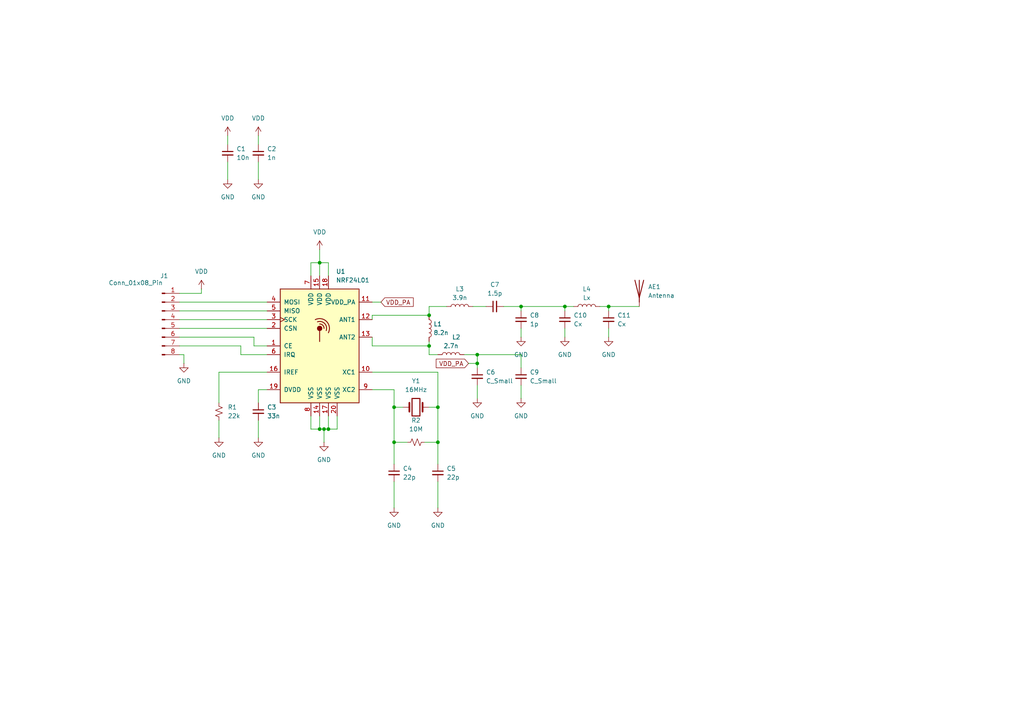
<source format=kicad_sch>
(kicad_sch
	(version 20231120)
	(generator "eeschema")
	(generator_version "8.0")
	(uuid "d87b4704-9352-44a0-bf6e-b2edcdb30cbf")
	(paper "A4")
	(lib_symbols
		(symbol "Connector:Conn_01x08_Pin"
			(pin_names
				(offset 1.016) hide)
			(exclude_from_sim no)
			(in_bom yes)
			(on_board yes)
			(property "Reference" "J"
				(at 0 10.16 0)
				(effects
					(font
						(size 1.27 1.27)
					)
				)
			)
			(property "Value" "Conn_01x08_Pin"
				(at 0 -12.7 0)
				(effects
					(font
						(size 1.27 1.27)
					)
				)
			)
			(property "Footprint" ""
				(at 0 0 0)
				(effects
					(font
						(size 1.27 1.27)
					)
					(hide yes)
				)
			)
			(property "Datasheet" "~"
				(at 0 0 0)
				(effects
					(font
						(size 1.27 1.27)
					)
					(hide yes)
				)
			)
			(property "Description" "Generic connector, single row, 01x08, script generated"
				(at 0 0 0)
				(effects
					(font
						(size 1.27 1.27)
					)
					(hide yes)
				)
			)
			(property "ki_locked" ""
				(at 0 0 0)
				(effects
					(font
						(size 1.27 1.27)
					)
				)
			)
			(property "ki_keywords" "connector"
				(at 0 0 0)
				(effects
					(font
						(size 1.27 1.27)
					)
					(hide yes)
				)
			)
			(property "ki_fp_filters" "Connector*:*_1x??_*"
				(at 0 0 0)
				(effects
					(font
						(size 1.27 1.27)
					)
					(hide yes)
				)
			)
			(symbol "Conn_01x08_Pin_1_1"
				(polyline
					(pts
						(xy 1.27 -10.16) (xy 0.8636 -10.16)
					)
					(stroke
						(width 0.1524)
						(type default)
					)
					(fill
						(type none)
					)
				)
				(polyline
					(pts
						(xy 1.27 -7.62) (xy 0.8636 -7.62)
					)
					(stroke
						(width 0.1524)
						(type default)
					)
					(fill
						(type none)
					)
				)
				(polyline
					(pts
						(xy 1.27 -5.08) (xy 0.8636 -5.08)
					)
					(stroke
						(width 0.1524)
						(type default)
					)
					(fill
						(type none)
					)
				)
				(polyline
					(pts
						(xy 1.27 -2.54) (xy 0.8636 -2.54)
					)
					(stroke
						(width 0.1524)
						(type default)
					)
					(fill
						(type none)
					)
				)
				(polyline
					(pts
						(xy 1.27 0) (xy 0.8636 0)
					)
					(stroke
						(width 0.1524)
						(type default)
					)
					(fill
						(type none)
					)
				)
				(polyline
					(pts
						(xy 1.27 2.54) (xy 0.8636 2.54)
					)
					(stroke
						(width 0.1524)
						(type default)
					)
					(fill
						(type none)
					)
				)
				(polyline
					(pts
						(xy 1.27 5.08) (xy 0.8636 5.08)
					)
					(stroke
						(width 0.1524)
						(type default)
					)
					(fill
						(type none)
					)
				)
				(polyline
					(pts
						(xy 1.27 7.62) (xy 0.8636 7.62)
					)
					(stroke
						(width 0.1524)
						(type default)
					)
					(fill
						(type none)
					)
				)
				(rectangle
					(start 0.8636 -10.033)
					(end 0 -10.287)
					(stroke
						(width 0.1524)
						(type default)
					)
					(fill
						(type outline)
					)
				)
				(rectangle
					(start 0.8636 -7.493)
					(end 0 -7.747)
					(stroke
						(width 0.1524)
						(type default)
					)
					(fill
						(type outline)
					)
				)
				(rectangle
					(start 0.8636 -4.953)
					(end 0 -5.207)
					(stroke
						(width 0.1524)
						(type default)
					)
					(fill
						(type outline)
					)
				)
				(rectangle
					(start 0.8636 -2.413)
					(end 0 -2.667)
					(stroke
						(width 0.1524)
						(type default)
					)
					(fill
						(type outline)
					)
				)
				(rectangle
					(start 0.8636 0.127)
					(end 0 -0.127)
					(stroke
						(width 0.1524)
						(type default)
					)
					(fill
						(type outline)
					)
				)
				(rectangle
					(start 0.8636 2.667)
					(end 0 2.413)
					(stroke
						(width 0.1524)
						(type default)
					)
					(fill
						(type outline)
					)
				)
				(rectangle
					(start 0.8636 5.207)
					(end 0 4.953)
					(stroke
						(width 0.1524)
						(type default)
					)
					(fill
						(type outline)
					)
				)
				(rectangle
					(start 0.8636 7.747)
					(end 0 7.493)
					(stroke
						(width 0.1524)
						(type default)
					)
					(fill
						(type outline)
					)
				)
				(pin passive line
					(at 5.08 7.62 180)
					(length 3.81)
					(name "Pin_1"
						(effects
							(font
								(size 1.27 1.27)
							)
						)
					)
					(number "1"
						(effects
							(font
								(size 1.27 1.27)
							)
						)
					)
				)
				(pin passive line
					(at 5.08 5.08 180)
					(length 3.81)
					(name "Pin_2"
						(effects
							(font
								(size 1.27 1.27)
							)
						)
					)
					(number "2"
						(effects
							(font
								(size 1.27 1.27)
							)
						)
					)
				)
				(pin passive line
					(at 5.08 2.54 180)
					(length 3.81)
					(name "Pin_3"
						(effects
							(font
								(size 1.27 1.27)
							)
						)
					)
					(number "3"
						(effects
							(font
								(size 1.27 1.27)
							)
						)
					)
				)
				(pin passive line
					(at 5.08 0 180)
					(length 3.81)
					(name "Pin_4"
						(effects
							(font
								(size 1.27 1.27)
							)
						)
					)
					(number "4"
						(effects
							(font
								(size 1.27 1.27)
							)
						)
					)
				)
				(pin passive line
					(at 5.08 -2.54 180)
					(length 3.81)
					(name "Pin_5"
						(effects
							(font
								(size 1.27 1.27)
							)
						)
					)
					(number "5"
						(effects
							(font
								(size 1.27 1.27)
							)
						)
					)
				)
				(pin passive line
					(at 5.08 -5.08 180)
					(length 3.81)
					(name "Pin_6"
						(effects
							(font
								(size 1.27 1.27)
							)
						)
					)
					(number "6"
						(effects
							(font
								(size 1.27 1.27)
							)
						)
					)
				)
				(pin passive line
					(at 5.08 -7.62 180)
					(length 3.81)
					(name "Pin_7"
						(effects
							(font
								(size 1.27 1.27)
							)
						)
					)
					(number "7"
						(effects
							(font
								(size 1.27 1.27)
							)
						)
					)
				)
				(pin passive line
					(at 5.08 -10.16 180)
					(length 3.81)
					(name "Pin_8"
						(effects
							(font
								(size 1.27 1.27)
							)
						)
					)
					(number "8"
						(effects
							(font
								(size 1.27 1.27)
							)
						)
					)
				)
			)
		)
		(symbol "Device:Antenna"
			(pin_numbers hide)
			(pin_names
				(offset 1.016) hide)
			(exclude_from_sim no)
			(in_bom yes)
			(on_board yes)
			(property "Reference" "AE"
				(at -1.905 1.905 0)
				(effects
					(font
						(size 1.27 1.27)
					)
					(justify right)
				)
			)
			(property "Value" "Antenna"
				(at -1.905 0 0)
				(effects
					(font
						(size 1.27 1.27)
					)
					(justify right)
				)
			)
			(property "Footprint" ""
				(at 0 0 0)
				(effects
					(font
						(size 1.27 1.27)
					)
					(hide yes)
				)
			)
			(property "Datasheet" "~"
				(at 0 0 0)
				(effects
					(font
						(size 1.27 1.27)
					)
					(hide yes)
				)
			)
			(property "Description" "Antenna"
				(at 0 0 0)
				(effects
					(font
						(size 1.27 1.27)
					)
					(hide yes)
				)
			)
			(property "ki_keywords" "antenna"
				(at 0 0 0)
				(effects
					(font
						(size 1.27 1.27)
					)
					(hide yes)
				)
			)
			(symbol "Antenna_0_1"
				(polyline
					(pts
						(xy 0 2.54) (xy 0 -3.81)
					)
					(stroke
						(width 0.254)
						(type default)
					)
					(fill
						(type none)
					)
				)
				(polyline
					(pts
						(xy 1.27 2.54) (xy 0 -2.54) (xy -1.27 2.54)
					)
					(stroke
						(width 0.254)
						(type default)
					)
					(fill
						(type none)
					)
				)
			)
			(symbol "Antenna_1_1"
				(pin input line
					(at 0 -5.08 90)
					(length 2.54)
					(name "A"
						(effects
							(font
								(size 1.27 1.27)
							)
						)
					)
					(number "1"
						(effects
							(font
								(size 1.27 1.27)
							)
						)
					)
				)
			)
		)
		(symbol "Device:C_Small"
			(pin_numbers hide)
			(pin_names
				(offset 0.254) hide)
			(exclude_from_sim no)
			(in_bom yes)
			(on_board yes)
			(property "Reference" "C"
				(at 0.254 1.778 0)
				(effects
					(font
						(size 1.27 1.27)
					)
					(justify left)
				)
			)
			(property "Value" "C_Small"
				(at 0.254 -2.032 0)
				(effects
					(font
						(size 1.27 1.27)
					)
					(justify left)
				)
			)
			(property "Footprint" ""
				(at 0 0 0)
				(effects
					(font
						(size 1.27 1.27)
					)
					(hide yes)
				)
			)
			(property "Datasheet" "~"
				(at 0 0 0)
				(effects
					(font
						(size 1.27 1.27)
					)
					(hide yes)
				)
			)
			(property "Description" "Unpolarized capacitor, small symbol"
				(at 0 0 0)
				(effects
					(font
						(size 1.27 1.27)
					)
					(hide yes)
				)
			)
			(property "ki_keywords" "capacitor cap"
				(at 0 0 0)
				(effects
					(font
						(size 1.27 1.27)
					)
					(hide yes)
				)
			)
			(property "ki_fp_filters" "C_*"
				(at 0 0 0)
				(effects
					(font
						(size 1.27 1.27)
					)
					(hide yes)
				)
			)
			(symbol "C_Small_0_1"
				(polyline
					(pts
						(xy -1.524 -0.508) (xy 1.524 -0.508)
					)
					(stroke
						(width 0.3302)
						(type default)
					)
					(fill
						(type none)
					)
				)
				(polyline
					(pts
						(xy -1.524 0.508) (xy 1.524 0.508)
					)
					(stroke
						(width 0.3048)
						(type default)
					)
					(fill
						(type none)
					)
				)
			)
			(symbol "C_Small_1_1"
				(pin passive line
					(at 0 2.54 270)
					(length 2.032)
					(name "~"
						(effects
							(font
								(size 1.27 1.27)
							)
						)
					)
					(number "1"
						(effects
							(font
								(size 1.27 1.27)
							)
						)
					)
				)
				(pin passive line
					(at 0 -2.54 90)
					(length 2.032)
					(name "~"
						(effects
							(font
								(size 1.27 1.27)
							)
						)
					)
					(number "2"
						(effects
							(font
								(size 1.27 1.27)
							)
						)
					)
				)
			)
		)
		(symbol "Device:Crystal"
			(pin_numbers hide)
			(pin_names
				(offset 1.016) hide)
			(exclude_from_sim no)
			(in_bom yes)
			(on_board yes)
			(property "Reference" "Y"
				(at 0 3.81 0)
				(effects
					(font
						(size 1.27 1.27)
					)
				)
			)
			(property "Value" "Crystal"
				(at 0 -3.81 0)
				(effects
					(font
						(size 1.27 1.27)
					)
				)
			)
			(property "Footprint" ""
				(at 0 0 0)
				(effects
					(font
						(size 1.27 1.27)
					)
					(hide yes)
				)
			)
			(property "Datasheet" "~"
				(at 0 0 0)
				(effects
					(font
						(size 1.27 1.27)
					)
					(hide yes)
				)
			)
			(property "Description" "Two pin crystal"
				(at 0 0 0)
				(effects
					(font
						(size 1.27 1.27)
					)
					(hide yes)
				)
			)
			(property "ki_keywords" "quartz ceramic resonator oscillator"
				(at 0 0 0)
				(effects
					(font
						(size 1.27 1.27)
					)
					(hide yes)
				)
			)
			(property "ki_fp_filters" "Crystal*"
				(at 0 0 0)
				(effects
					(font
						(size 1.27 1.27)
					)
					(hide yes)
				)
			)
			(symbol "Crystal_0_1"
				(rectangle
					(start -1.143 2.54)
					(end 1.143 -2.54)
					(stroke
						(width 0.3048)
						(type default)
					)
					(fill
						(type none)
					)
				)
				(polyline
					(pts
						(xy -2.54 0) (xy -1.905 0)
					)
					(stroke
						(width 0)
						(type default)
					)
					(fill
						(type none)
					)
				)
				(polyline
					(pts
						(xy -1.905 -1.27) (xy -1.905 1.27)
					)
					(stroke
						(width 0.508)
						(type default)
					)
					(fill
						(type none)
					)
				)
				(polyline
					(pts
						(xy 1.905 -1.27) (xy 1.905 1.27)
					)
					(stroke
						(width 0.508)
						(type default)
					)
					(fill
						(type none)
					)
				)
				(polyline
					(pts
						(xy 2.54 0) (xy 1.905 0)
					)
					(stroke
						(width 0)
						(type default)
					)
					(fill
						(type none)
					)
				)
			)
			(symbol "Crystal_1_1"
				(pin passive line
					(at -3.81 0 0)
					(length 1.27)
					(name "1"
						(effects
							(font
								(size 1.27 1.27)
							)
						)
					)
					(number "1"
						(effects
							(font
								(size 1.27 1.27)
							)
						)
					)
				)
				(pin passive line
					(at 3.81 0 180)
					(length 1.27)
					(name "2"
						(effects
							(font
								(size 1.27 1.27)
							)
						)
					)
					(number "2"
						(effects
							(font
								(size 1.27 1.27)
							)
						)
					)
				)
			)
		)
		(symbol "Device:L"
			(pin_numbers hide)
			(pin_names
				(offset 1.016) hide)
			(exclude_from_sim no)
			(in_bom yes)
			(on_board yes)
			(property "Reference" "L"
				(at -1.27 0 90)
				(effects
					(font
						(size 1.27 1.27)
					)
				)
			)
			(property "Value" "L"
				(at 1.905 0 90)
				(effects
					(font
						(size 1.27 1.27)
					)
				)
			)
			(property "Footprint" ""
				(at 0 0 0)
				(effects
					(font
						(size 1.27 1.27)
					)
					(hide yes)
				)
			)
			(property "Datasheet" "~"
				(at 0 0 0)
				(effects
					(font
						(size 1.27 1.27)
					)
					(hide yes)
				)
			)
			(property "Description" "Inductor"
				(at 0 0 0)
				(effects
					(font
						(size 1.27 1.27)
					)
					(hide yes)
				)
			)
			(property "ki_keywords" "inductor choke coil reactor magnetic"
				(at 0 0 0)
				(effects
					(font
						(size 1.27 1.27)
					)
					(hide yes)
				)
			)
			(property "ki_fp_filters" "Choke_* *Coil* Inductor_* L_*"
				(at 0 0 0)
				(effects
					(font
						(size 1.27 1.27)
					)
					(hide yes)
				)
			)
			(symbol "L_0_1"
				(arc
					(start 0 -2.54)
					(mid 0.6323 -1.905)
					(end 0 -1.27)
					(stroke
						(width 0)
						(type default)
					)
					(fill
						(type none)
					)
				)
				(arc
					(start 0 -1.27)
					(mid 0.6323 -0.635)
					(end 0 0)
					(stroke
						(width 0)
						(type default)
					)
					(fill
						(type none)
					)
				)
				(arc
					(start 0 0)
					(mid 0.6323 0.635)
					(end 0 1.27)
					(stroke
						(width 0)
						(type default)
					)
					(fill
						(type none)
					)
				)
				(arc
					(start 0 1.27)
					(mid 0.6323 1.905)
					(end 0 2.54)
					(stroke
						(width 0)
						(type default)
					)
					(fill
						(type none)
					)
				)
			)
			(symbol "L_1_1"
				(pin passive line
					(at 0 3.81 270)
					(length 1.27)
					(name "1"
						(effects
							(font
								(size 1.27 1.27)
							)
						)
					)
					(number "1"
						(effects
							(font
								(size 1.27 1.27)
							)
						)
					)
				)
				(pin passive line
					(at 0 -3.81 90)
					(length 1.27)
					(name "2"
						(effects
							(font
								(size 1.27 1.27)
							)
						)
					)
					(number "2"
						(effects
							(font
								(size 1.27 1.27)
							)
						)
					)
				)
			)
		)
		(symbol "Device:R_Small_US"
			(pin_numbers hide)
			(pin_names
				(offset 0.254) hide)
			(exclude_from_sim no)
			(in_bom yes)
			(on_board yes)
			(property "Reference" "R"
				(at 0.762 0.508 0)
				(effects
					(font
						(size 1.27 1.27)
					)
					(justify left)
				)
			)
			(property "Value" "R_Small_US"
				(at 0.762 -1.016 0)
				(effects
					(font
						(size 1.27 1.27)
					)
					(justify left)
				)
			)
			(property "Footprint" ""
				(at 0 0 0)
				(effects
					(font
						(size 1.27 1.27)
					)
					(hide yes)
				)
			)
			(property "Datasheet" "~"
				(at 0 0 0)
				(effects
					(font
						(size 1.27 1.27)
					)
					(hide yes)
				)
			)
			(property "Description" "Resistor, small US symbol"
				(at 0 0 0)
				(effects
					(font
						(size 1.27 1.27)
					)
					(hide yes)
				)
			)
			(property "ki_keywords" "r resistor"
				(at 0 0 0)
				(effects
					(font
						(size 1.27 1.27)
					)
					(hide yes)
				)
			)
			(property "ki_fp_filters" "R_*"
				(at 0 0 0)
				(effects
					(font
						(size 1.27 1.27)
					)
					(hide yes)
				)
			)
			(symbol "R_Small_US_1_1"
				(polyline
					(pts
						(xy 0 0) (xy 1.016 -0.381) (xy 0 -0.762) (xy -1.016 -1.143) (xy 0 -1.524)
					)
					(stroke
						(width 0)
						(type default)
					)
					(fill
						(type none)
					)
				)
				(polyline
					(pts
						(xy 0 1.524) (xy 1.016 1.143) (xy 0 0.762) (xy -1.016 0.381) (xy 0 0)
					)
					(stroke
						(width 0)
						(type default)
					)
					(fill
						(type none)
					)
				)
				(pin passive line
					(at 0 2.54 270)
					(length 1.016)
					(name "~"
						(effects
							(font
								(size 1.27 1.27)
							)
						)
					)
					(number "1"
						(effects
							(font
								(size 1.27 1.27)
							)
						)
					)
				)
				(pin passive line
					(at 0 -2.54 90)
					(length 1.016)
					(name "~"
						(effects
							(font
								(size 1.27 1.27)
							)
						)
					)
					(number "2"
						(effects
							(font
								(size 1.27 1.27)
							)
						)
					)
				)
			)
		)
		(symbol "RF:NRF24L01"
			(pin_names
				(offset 1.016)
			)
			(exclude_from_sim no)
			(in_bom yes)
			(on_board yes)
			(property "Reference" "U"
				(at -11.43 17.78 0)
				(effects
					(font
						(size 1.27 1.27)
					)
					(justify left)
				)
			)
			(property "Value" "NRF24L01"
				(at 5.08 17.78 0)
				(effects
					(font
						(size 1.27 1.27)
					)
					(justify left)
				)
			)
			(property "Footprint" "Package_DFN_QFN:QFN-20-1EP_4x4mm_P0.5mm_EP2.5x2.5mm"
				(at 5.08 20.32 0)
				(effects
					(font
						(size 1.27 1.27)
						(italic yes)
					)
					(justify left)
					(hide yes)
				)
			)
			(property "Datasheet" "http://www.nordicsemi.com/eng/content/download/2730/34105/file/nRF24L01_Product_Specification_v2_0.pdf"
				(at 0 2.54 0)
				(effects
					(font
						(size 1.27 1.27)
					)
					(hide yes)
				)
			)
			(property "Description" "Ultra low power 2.4GHz RF Transceiver, QFN-20"
				(at 0 0 0)
				(effects
					(font
						(size 1.27 1.27)
					)
					(hide yes)
				)
			)
			(property "ki_keywords" "Low Power RF Transceiver"
				(at 0 0 0)
				(effects
					(font
						(size 1.27 1.27)
					)
					(hide yes)
				)
			)
			(property "ki_fp_filters" "QFN*4x4*0.5mm*"
				(at 0 0 0)
				(effects
					(font
						(size 1.27 1.27)
					)
					(hide yes)
				)
			)
			(symbol "NRF24L01_0_1"
				(rectangle
					(start -11.43 16.51)
					(end 11.43 -16.51)
					(stroke
						(width 0.254)
						(type default)
					)
					(fill
						(type background)
					)
				)
				(polyline
					(pts
						(xy 0 4.445) (xy 0 1.27)
					)
					(stroke
						(width 0.254)
						(type default)
					)
					(fill
						(type none)
					)
				)
				(circle
					(center 0 5.08)
					(radius 0.635)
					(stroke
						(width 0.254)
						(type default)
					)
					(fill
						(type outline)
					)
				)
				(arc
					(start 1.27 5.08)
					(mid 0.9071 5.9946)
					(end 0 6.35)
					(stroke
						(width 0.254)
						(type default)
					)
					(fill
						(type none)
					)
				)
				(arc
					(start 1.905 4.445)
					(mid 1.4313 6.5254)
					(end -0.635 6.985)
					(stroke
						(width 0.254)
						(type default)
					)
					(fill
						(type none)
					)
				)
				(arc
					(start 2.54 3.81)
					(mid 2.008 7.088)
					(end -1.27 7.62)
					(stroke
						(width 0.254)
						(type default)
					)
					(fill
						(type none)
					)
				)
				(rectangle
					(start 11.43 -13.97)
					(end 11.43 -13.97)
					(stroke
						(width 0)
						(type default)
					)
					(fill
						(type none)
					)
				)
			)
			(symbol "NRF24L01_1_1"
				(pin input line
					(at -15.24 0 0)
					(length 3.81)
					(name "CE"
						(effects
							(font
								(size 1.27 1.27)
							)
						)
					)
					(number "1"
						(effects
							(font
								(size 1.27 1.27)
							)
						)
					)
				)
				(pin passive line
					(at 15.24 -7.62 180)
					(length 3.81)
					(name "XC1"
						(effects
							(font
								(size 1.27 1.27)
							)
						)
					)
					(number "10"
						(effects
							(font
								(size 1.27 1.27)
							)
						)
					)
				)
				(pin power_out line
					(at 15.24 12.7 180)
					(length 3.81)
					(name "VDD_PA"
						(effects
							(font
								(size 1.27 1.27)
							)
						)
					)
					(number "11"
						(effects
							(font
								(size 1.27 1.27)
							)
						)
					)
				)
				(pin passive line
					(at 15.24 7.62 180)
					(length 3.81)
					(name "ANT1"
						(effects
							(font
								(size 1.27 1.27)
							)
						)
					)
					(number "12"
						(effects
							(font
								(size 1.27 1.27)
							)
						)
					)
				)
				(pin passive line
					(at 15.24 2.54 180)
					(length 3.81)
					(name "ANT2"
						(effects
							(font
								(size 1.27 1.27)
							)
						)
					)
					(number "13"
						(effects
							(font
								(size 1.27 1.27)
							)
						)
					)
				)
				(pin power_in line
					(at 0 -20.32 90)
					(length 3.81)
					(name "VSS"
						(effects
							(font
								(size 1.27 1.27)
							)
						)
					)
					(number "14"
						(effects
							(font
								(size 1.27 1.27)
							)
						)
					)
				)
				(pin power_in line
					(at 0 20.32 270)
					(length 3.81)
					(name "VDD"
						(effects
							(font
								(size 1.27 1.27)
							)
						)
					)
					(number "15"
						(effects
							(font
								(size 1.27 1.27)
							)
						)
					)
				)
				(pin passive line
					(at -15.24 -7.62 0)
					(length 3.81)
					(name "IREF"
						(effects
							(font
								(size 1.27 1.27)
							)
						)
					)
					(number "16"
						(effects
							(font
								(size 1.27 1.27)
							)
						)
					)
				)
				(pin power_in line
					(at 2.54 -20.32 90)
					(length 3.81)
					(name "VSS"
						(effects
							(font
								(size 1.27 1.27)
							)
						)
					)
					(number "17"
						(effects
							(font
								(size 1.27 1.27)
							)
						)
					)
				)
				(pin power_in line
					(at 2.54 20.32 270)
					(length 3.81)
					(name "VDD"
						(effects
							(font
								(size 1.27 1.27)
							)
						)
					)
					(number "18"
						(effects
							(font
								(size 1.27 1.27)
							)
						)
					)
				)
				(pin power_out line
					(at -15.24 -12.7 0)
					(length 3.81)
					(name "DVDD"
						(effects
							(font
								(size 1.27 1.27)
							)
						)
					)
					(number "19"
						(effects
							(font
								(size 1.27 1.27)
							)
						)
					)
				)
				(pin input line
					(at -15.24 5.08 0)
					(length 3.81)
					(name "CSN"
						(effects
							(font
								(size 1.27 1.27)
							)
						)
					)
					(number "2"
						(effects
							(font
								(size 1.27 1.27)
							)
						)
					)
				)
				(pin power_in line
					(at 5.08 -20.32 90)
					(length 3.81)
					(name "VSS"
						(effects
							(font
								(size 1.27 1.27)
							)
						)
					)
					(number "20"
						(effects
							(font
								(size 1.27 1.27)
							)
						)
					)
				)
				(pin input clock
					(at -15.24 7.62 0)
					(length 3.81)
					(name "SCK"
						(effects
							(font
								(size 1.27 1.27)
							)
						)
					)
					(number "3"
						(effects
							(font
								(size 1.27 1.27)
							)
						)
					)
				)
				(pin input line
					(at -15.24 12.7 0)
					(length 3.81)
					(name "MOSI"
						(effects
							(font
								(size 1.27 1.27)
							)
						)
					)
					(number "4"
						(effects
							(font
								(size 1.27 1.27)
							)
						)
					)
				)
				(pin output line
					(at -15.24 10.16 0)
					(length 3.81)
					(name "MISO"
						(effects
							(font
								(size 1.27 1.27)
							)
						)
					)
					(number "5"
						(effects
							(font
								(size 1.27 1.27)
							)
						)
					)
				)
				(pin output line
					(at -15.24 -2.54 0)
					(length 3.81)
					(name "IRQ"
						(effects
							(font
								(size 1.27 1.27)
							)
						)
					)
					(number "6"
						(effects
							(font
								(size 1.27 1.27)
							)
						)
					)
				)
				(pin power_in line
					(at -2.54 20.32 270)
					(length 3.81)
					(name "VDD"
						(effects
							(font
								(size 1.27 1.27)
							)
						)
					)
					(number "7"
						(effects
							(font
								(size 1.27 1.27)
							)
						)
					)
				)
				(pin power_in line
					(at -2.54 -20.32 90)
					(length 3.81)
					(name "VSS"
						(effects
							(font
								(size 1.27 1.27)
							)
						)
					)
					(number "8"
						(effects
							(font
								(size 1.27 1.27)
							)
						)
					)
				)
				(pin passive line
					(at 15.24 -12.7 180)
					(length 3.81)
					(name "XC2"
						(effects
							(font
								(size 1.27 1.27)
							)
						)
					)
					(number "9"
						(effects
							(font
								(size 1.27 1.27)
							)
						)
					)
				)
			)
		)
		(symbol "power:GND"
			(power)
			(pin_numbers hide)
			(pin_names
				(offset 0) hide)
			(exclude_from_sim no)
			(in_bom yes)
			(on_board yes)
			(property "Reference" "#PWR"
				(at 0 -6.35 0)
				(effects
					(font
						(size 1.27 1.27)
					)
					(hide yes)
				)
			)
			(property "Value" "GND"
				(at 0 -3.81 0)
				(effects
					(font
						(size 1.27 1.27)
					)
				)
			)
			(property "Footprint" ""
				(at 0 0 0)
				(effects
					(font
						(size 1.27 1.27)
					)
					(hide yes)
				)
			)
			(property "Datasheet" ""
				(at 0 0 0)
				(effects
					(font
						(size 1.27 1.27)
					)
					(hide yes)
				)
			)
			(property "Description" "Power symbol creates a global label with name \"GND\" , ground"
				(at 0 0 0)
				(effects
					(font
						(size 1.27 1.27)
					)
					(hide yes)
				)
			)
			(property "ki_keywords" "global power"
				(at 0 0 0)
				(effects
					(font
						(size 1.27 1.27)
					)
					(hide yes)
				)
			)
			(symbol "GND_0_1"
				(polyline
					(pts
						(xy 0 0) (xy 0 -1.27) (xy 1.27 -1.27) (xy 0 -2.54) (xy -1.27 -1.27) (xy 0 -1.27)
					)
					(stroke
						(width 0)
						(type default)
					)
					(fill
						(type none)
					)
				)
			)
			(symbol "GND_1_1"
				(pin power_in line
					(at 0 0 270)
					(length 0)
					(name "~"
						(effects
							(font
								(size 1.27 1.27)
							)
						)
					)
					(number "1"
						(effects
							(font
								(size 1.27 1.27)
							)
						)
					)
				)
			)
		)
		(symbol "power:VDD"
			(power)
			(pin_numbers hide)
			(pin_names
				(offset 0) hide)
			(exclude_from_sim no)
			(in_bom yes)
			(on_board yes)
			(property "Reference" "#PWR"
				(at 0 -3.81 0)
				(effects
					(font
						(size 1.27 1.27)
					)
					(hide yes)
				)
			)
			(property "Value" "VDD"
				(at 0 3.556 0)
				(effects
					(font
						(size 1.27 1.27)
					)
				)
			)
			(property "Footprint" ""
				(at 0 0 0)
				(effects
					(font
						(size 1.27 1.27)
					)
					(hide yes)
				)
			)
			(property "Datasheet" ""
				(at 0 0 0)
				(effects
					(font
						(size 1.27 1.27)
					)
					(hide yes)
				)
			)
			(property "Description" "Power symbol creates a global label with name \"VDD\""
				(at 0 0 0)
				(effects
					(font
						(size 1.27 1.27)
					)
					(hide yes)
				)
			)
			(property "ki_keywords" "global power"
				(at 0 0 0)
				(effects
					(font
						(size 1.27 1.27)
					)
					(hide yes)
				)
			)
			(symbol "VDD_0_1"
				(polyline
					(pts
						(xy -0.762 1.27) (xy 0 2.54)
					)
					(stroke
						(width 0)
						(type default)
					)
					(fill
						(type none)
					)
				)
				(polyline
					(pts
						(xy 0 0) (xy 0 2.54)
					)
					(stroke
						(width 0)
						(type default)
					)
					(fill
						(type none)
					)
				)
				(polyline
					(pts
						(xy 0 2.54) (xy 0.762 1.27)
					)
					(stroke
						(width 0)
						(type default)
					)
					(fill
						(type none)
					)
				)
			)
			(symbol "VDD_1_1"
				(pin power_in line
					(at 0 0 90)
					(length 0)
					(name "~"
						(effects
							(font
								(size 1.27 1.27)
							)
						)
					)
					(number "1"
						(effects
							(font
								(size 1.27 1.27)
							)
						)
					)
				)
			)
		)
	)
	(junction
		(at 151.13 88.9)
		(diameter 0)
		(color 0 0 0 0)
		(uuid "1209a98f-648a-4096-8ff9-9a1ac7fb2163")
	)
	(junction
		(at 92.71 124.46)
		(diameter 0)
		(color 0 0 0 0)
		(uuid "1bc9ec87-d282-4587-86a0-d3c0f4bacd82")
	)
	(junction
		(at 127 128.27)
		(diameter 0)
		(color 0 0 0 0)
		(uuid "3098a04b-8335-4aaa-bdce-e7a84762ecf3")
	)
	(junction
		(at 95.25 124.46)
		(diameter 0)
		(color 0 0 0 0)
		(uuid "34342054-49a1-48a4-9b57-3cc28d0dd4b9")
	)
	(junction
		(at 138.43 105.41)
		(diameter 0)
		(color 0 0 0 0)
		(uuid "4610d112-6011-4322-a318-e9a16a7b046b")
	)
	(junction
		(at 163.83 88.9)
		(diameter 0)
		(color 0 0 0 0)
		(uuid "649d5d26-9a85-48a9-a0aa-66d20b36bc12")
	)
	(junction
		(at 114.3 118.11)
		(diameter 0)
		(color 0 0 0 0)
		(uuid "6c77781a-9043-4871-b6ef-6e88555b0fcb")
	)
	(junction
		(at 114.3 128.27)
		(diameter 0)
		(color 0 0 0 0)
		(uuid "6d7d3024-41ea-49dc-96b8-45cda4fc6860")
	)
	(junction
		(at 127 118.11)
		(diameter 0)
		(color 0 0 0 0)
		(uuid "6ed9f03c-738f-458c-bc82-af46fd083f48")
	)
	(junction
		(at 176.53 88.9)
		(diameter 0)
		(color 0 0 0 0)
		(uuid "835f9f55-d9e0-446a-a843-741a001cdef1")
	)
	(junction
		(at 124.46 100.33)
		(diameter 0)
		(color 0 0 0 0)
		(uuid "aa5ed516-2bc2-4816-ba54-8802cfe8d6ad")
	)
	(junction
		(at 92.71 76.2)
		(diameter 0)
		(color 0 0 0 0)
		(uuid "e4a2982c-1bc0-424b-b68f-bbb67dfaca7d")
	)
	(junction
		(at 93.98 124.46)
		(diameter 0)
		(color 0 0 0 0)
		(uuid "e5f82ed4-ea11-4ae7-b3d5-89bb020eb82f")
	)
	(junction
		(at 124.46 91.44)
		(diameter 0)
		(color 0 0 0 0)
		(uuid "ece39f1f-9b9c-4c89-bea2-ac8cefbdd87d")
	)
	(junction
		(at 138.43 102.87)
		(diameter 0)
		(color 0 0 0 0)
		(uuid "fb848139-7ffc-4b22-8e4b-2a2e14de5166")
	)
	(wire
		(pts
			(xy 95.25 124.46) (xy 93.98 124.46)
		)
		(stroke
			(width 0)
			(type default)
		)
		(uuid "0232568d-5588-425b-9fbc-a238556f590d")
	)
	(wire
		(pts
			(xy 66.04 46.99) (xy 66.04 52.07)
		)
		(stroke
			(width 0)
			(type default)
		)
		(uuid "02c6143b-c823-46ed-a5f2-5dcb8bfa0d04")
	)
	(wire
		(pts
			(xy 138.43 102.87) (xy 151.13 102.87)
		)
		(stroke
			(width 0)
			(type default)
		)
		(uuid "02ed4615-235a-4d62-9516-1d221c92c3a6")
	)
	(wire
		(pts
			(xy 107.95 100.33) (xy 124.46 100.33)
		)
		(stroke
			(width 0)
			(type default)
		)
		(uuid "03e538d4-4b25-40a0-b0c3-8bef159413e5")
	)
	(wire
		(pts
			(xy 73.66 97.79) (xy 52.07 97.79)
		)
		(stroke
			(width 0)
			(type default)
		)
		(uuid "067db0ed-98b7-4909-844a-5d1b06e4db33")
	)
	(wire
		(pts
			(xy 63.5 121.92) (xy 63.5 127)
		)
		(stroke
			(width 0)
			(type default)
		)
		(uuid "07b2cdb9-9c33-48d8-8e98-26e030321a64")
	)
	(wire
		(pts
			(xy 73.66 100.33) (xy 73.66 97.79)
		)
		(stroke
			(width 0)
			(type default)
		)
		(uuid "0a0a6bea-2e88-4cbd-aa4b-b6ebbb0c56ee")
	)
	(wire
		(pts
			(xy 151.13 88.9) (xy 151.13 90.17)
		)
		(stroke
			(width 0)
			(type default)
		)
		(uuid "0a388a15-5929-4040-aba0-3a3a55fabdcc")
	)
	(wire
		(pts
			(xy 138.43 105.41) (xy 138.43 102.87)
		)
		(stroke
			(width 0)
			(type default)
		)
		(uuid "11192b3c-6d92-455a-a03f-f6cdc22c81c8")
	)
	(wire
		(pts
			(xy 90.17 124.46) (xy 92.71 124.46)
		)
		(stroke
			(width 0)
			(type default)
		)
		(uuid "12234e95-44a5-4da7-9684-53ffa1530171")
	)
	(wire
		(pts
			(xy 92.71 124.46) (xy 93.98 124.46)
		)
		(stroke
			(width 0)
			(type default)
		)
		(uuid "1910646c-8be3-4c8c-a921-5b125c6b695a")
	)
	(wire
		(pts
			(xy 129.54 88.9) (xy 124.46 88.9)
		)
		(stroke
			(width 0)
			(type default)
		)
		(uuid "21abdc3f-370d-4fde-93d1-b4058c01463b")
	)
	(wire
		(pts
			(xy 127 139.7) (xy 127 147.32)
		)
		(stroke
			(width 0)
			(type default)
		)
		(uuid "227e6f62-fb1c-41be-8cd3-3f3811c40d8e")
	)
	(wire
		(pts
			(xy 52.07 95.25) (xy 77.47 95.25)
		)
		(stroke
			(width 0)
			(type default)
		)
		(uuid "262f252b-aae8-4c07-8697-aa5e64c266d2")
	)
	(wire
		(pts
			(xy 90.17 80.01) (xy 90.17 76.2)
		)
		(stroke
			(width 0)
			(type default)
		)
		(uuid "26dc14e3-ea49-4d10-8c43-ecf4cadd89da")
	)
	(wire
		(pts
			(xy 138.43 102.87) (xy 134.62 102.87)
		)
		(stroke
			(width 0)
			(type default)
		)
		(uuid "2cf3e4f9-5c98-4b5d-a089-1771d2301da1")
	)
	(wire
		(pts
			(xy 69.85 102.87) (xy 69.85 100.33)
		)
		(stroke
			(width 0)
			(type default)
		)
		(uuid "2e840618-9cb2-4389-98f0-11d9b2f10c1f")
	)
	(wire
		(pts
			(xy 97.79 124.46) (xy 95.25 124.46)
		)
		(stroke
			(width 0)
			(type default)
		)
		(uuid "32769b8e-7b83-4d16-8268-c2317bdb61f0")
	)
	(wire
		(pts
			(xy 138.43 106.68) (xy 138.43 105.41)
		)
		(stroke
			(width 0)
			(type default)
		)
		(uuid "350a2a9b-ecb8-418f-9d8e-55c8832649d4")
	)
	(wire
		(pts
			(xy 93.98 124.46) (xy 93.98 128.27)
		)
		(stroke
			(width 0)
			(type default)
		)
		(uuid "3514bb58-7edb-4885-8da8-a3c672dc75a2")
	)
	(wire
		(pts
			(xy 176.53 90.17) (xy 176.53 88.9)
		)
		(stroke
			(width 0)
			(type default)
		)
		(uuid "3662666e-ab23-446f-9497-ee4d314625ff")
	)
	(wire
		(pts
			(xy 127 118.11) (xy 127 107.95)
		)
		(stroke
			(width 0)
			(type default)
		)
		(uuid "3c1aab89-3f7b-4dcf-b46f-79dadec724b0")
	)
	(wire
		(pts
			(xy 176.53 95.25) (xy 176.53 97.79)
		)
		(stroke
			(width 0)
			(type default)
		)
		(uuid "3cacc8dc-d285-4218-aa1e-63a20d8db9bf")
	)
	(wire
		(pts
			(xy 114.3 139.7) (xy 114.3 147.32)
		)
		(stroke
			(width 0)
			(type default)
		)
		(uuid "3d9a5628-e17b-4988-8714-e4a57b4130b4")
	)
	(wire
		(pts
			(xy 114.3 134.62) (xy 114.3 128.27)
		)
		(stroke
			(width 0)
			(type default)
		)
		(uuid "3fa25c48-ccd4-474b-a727-d171c55a4ae3")
	)
	(wire
		(pts
			(xy 127 128.27) (xy 127 134.62)
		)
		(stroke
			(width 0)
			(type default)
		)
		(uuid "45eefd17-a4de-4607-972c-cc9605387508")
	)
	(wire
		(pts
			(xy 95.25 120.65) (xy 95.25 124.46)
		)
		(stroke
			(width 0)
			(type default)
		)
		(uuid "49301022-c41d-47c3-93f8-800779fffb5e")
	)
	(wire
		(pts
			(xy 151.13 88.9) (xy 163.83 88.9)
		)
		(stroke
			(width 0)
			(type default)
		)
		(uuid "4b7f2fbf-5d7e-419b-9672-7ea004667629")
	)
	(wire
		(pts
			(xy 53.34 102.87) (xy 52.07 102.87)
		)
		(stroke
			(width 0)
			(type default)
		)
		(uuid "4ba1fc6b-59fc-407d-8e13-927201e6cbc9")
	)
	(wire
		(pts
			(xy 52.07 87.63) (xy 77.47 87.63)
		)
		(stroke
			(width 0)
			(type default)
		)
		(uuid "4fc683f6-3776-4410-9ee3-b7bec77bacd8")
	)
	(wire
		(pts
			(xy 95.25 76.2) (xy 92.71 76.2)
		)
		(stroke
			(width 0)
			(type default)
		)
		(uuid "583b285f-cb04-4601-9a3d-ae38ad244c40")
	)
	(wire
		(pts
			(xy 127 118.11) (xy 127 128.27)
		)
		(stroke
			(width 0)
			(type default)
		)
		(uuid "59c9d5c2-5acc-456e-b128-39d5cce473d1")
	)
	(wire
		(pts
			(xy 114.3 113.03) (xy 107.95 113.03)
		)
		(stroke
			(width 0)
			(type default)
		)
		(uuid "5c6c8d23-495a-4d34-81cf-e32aae94f1cd")
	)
	(wire
		(pts
			(xy 90.17 76.2) (xy 92.71 76.2)
		)
		(stroke
			(width 0)
			(type default)
		)
		(uuid "5d8a9b87-7868-4d78-8e7c-03edc2c1d0be")
	)
	(wire
		(pts
			(xy 52.07 92.71) (xy 77.47 92.71)
		)
		(stroke
			(width 0)
			(type default)
		)
		(uuid "5dd54e38-9192-4e18-91d3-900e1bd89351")
	)
	(wire
		(pts
			(xy 124.46 100.33) (xy 124.46 102.87)
		)
		(stroke
			(width 0)
			(type default)
		)
		(uuid "5e641b01-4698-4100-a921-d5cffc332d4b")
	)
	(wire
		(pts
			(xy 66.04 39.37) (xy 66.04 41.91)
		)
		(stroke
			(width 0)
			(type default)
		)
		(uuid "5f1e8b28-849e-4a73-8f25-124915f3a3b9")
	)
	(wire
		(pts
			(xy 107.95 91.44) (xy 124.46 91.44)
		)
		(stroke
			(width 0)
			(type default)
		)
		(uuid "629b0392-bf0a-484e-80c6-b7e26600d63c")
	)
	(wire
		(pts
			(xy 127 102.87) (xy 124.46 102.87)
		)
		(stroke
			(width 0)
			(type default)
		)
		(uuid "63866220-648f-477f-86e6-e994255370a4")
	)
	(wire
		(pts
			(xy 123.19 128.27) (xy 127 128.27)
		)
		(stroke
			(width 0)
			(type default)
		)
		(uuid "64048c76-f92c-4c7d-80d2-47c1b006a492")
	)
	(wire
		(pts
			(xy 58.42 85.09) (xy 58.42 83.82)
		)
		(stroke
			(width 0)
			(type default)
		)
		(uuid "65979ce9-3dd5-4e9a-b5b5-978ca4ba85eb")
	)
	(wire
		(pts
			(xy 107.95 91.44) (xy 107.95 92.71)
		)
		(stroke
			(width 0)
			(type default)
		)
		(uuid "66581bf3-7138-433e-bcc1-42d3338c33be")
	)
	(wire
		(pts
			(xy 124.46 88.9) (xy 124.46 91.44)
		)
		(stroke
			(width 0)
			(type default)
		)
		(uuid "66edb6c9-b558-4e1a-bd11-44c066220ef2")
	)
	(wire
		(pts
			(xy 53.34 105.41) (xy 53.34 102.87)
		)
		(stroke
			(width 0)
			(type default)
		)
		(uuid "67ed602d-fd24-43d0-bd91-135f5b61904a")
	)
	(wire
		(pts
			(xy 77.47 102.87) (xy 69.85 102.87)
		)
		(stroke
			(width 0)
			(type default)
		)
		(uuid "69e27380-110f-4216-9977-4287bfeaf92c")
	)
	(wire
		(pts
			(xy 74.93 121.92) (xy 74.93 127)
		)
		(stroke
			(width 0)
			(type default)
		)
		(uuid "6e96d8d1-b0c1-4cd5-bb8d-e22491d21891")
	)
	(wire
		(pts
			(xy 114.3 118.11) (xy 114.3 113.03)
		)
		(stroke
			(width 0)
			(type default)
		)
		(uuid "717412c5-e202-48b2-a380-124b4bc1c629")
	)
	(wire
		(pts
			(xy 163.83 90.17) (xy 163.83 88.9)
		)
		(stroke
			(width 0)
			(type default)
		)
		(uuid "75bcfee8-38fb-43b5-9545-5038381e0564")
	)
	(wire
		(pts
			(xy 114.3 118.11) (xy 116.84 118.11)
		)
		(stroke
			(width 0)
			(type default)
		)
		(uuid "765829a3-3c2e-4028-b20e-a2f1d946df97")
	)
	(wire
		(pts
			(xy 74.93 116.84) (xy 74.93 113.03)
		)
		(stroke
			(width 0)
			(type default)
		)
		(uuid "7dfcba89-5062-4c85-b887-ff7207d95e4f")
	)
	(wire
		(pts
			(xy 90.17 120.65) (xy 90.17 124.46)
		)
		(stroke
			(width 0)
			(type default)
		)
		(uuid "7fb4b1f5-ce88-4b1b-adfd-de455cb60ecd")
	)
	(wire
		(pts
			(xy 185.42 88.9) (xy 176.53 88.9)
		)
		(stroke
			(width 0)
			(type default)
		)
		(uuid "80ddd91d-bd5b-4012-acbf-6aeeef7930b0")
	)
	(wire
		(pts
			(xy 74.93 113.03) (xy 77.47 113.03)
		)
		(stroke
			(width 0)
			(type default)
		)
		(uuid "8b7e935c-27a5-41f7-9140-b4337a0a1f53")
	)
	(wire
		(pts
			(xy 63.5 107.95) (xy 63.5 116.84)
		)
		(stroke
			(width 0)
			(type default)
		)
		(uuid "8edb0e67-3f41-40e6-b410-676f154bc055")
	)
	(wire
		(pts
			(xy 114.3 128.27) (xy 118.11 128.27)
		)
		(stroke
			(width 0)
			(type default)
		)
		(uuid "9078b43f-099e-4208-b44e-d223b0aa4429")
	)
	(wire
		(pts
			(xy 146.05 88.9) (xy 151.13 88.9)
		)
		(stroke
			(width 0)
			(type default)
		)
		(uuid "933ea126-75af-4578-8a5a-379a44681bfb")
	)
	(wire
		(pts
			(xy 77.47 100.33) (xy 73.66 100.33)
		)
		(stroke
			(width 0)
			(type default)
		)
		(uuid "9b36e4c0-98e2-4b19-b6c8-ca9a632d0ce4")
	)
	(wire
		(pts
			(xy 135.89 105.41) (xy 138.43 105.41)
		)
		(stroke
			(width 0)
			(type default)
		)
		(uuid "9da3a00f-c972-4196-8ce2-7e293119c0c7")
	)
	(wire
		(pts
			(xy 52.07 90.17) (xy 77.47 90.17)
		)
		(stroke
			(width 0)
			(type default)
		)
		(uuid "a524efba-9821-496d-9022-c9315a2c5b09")
	)
	(wire
		(pts
			(xy 163.83 95.25) (xy 163.83 97.79)
		)
		(stroke
			(width 0)
			(type default)
		)
		(uuid "a889bca9-aef5-42f6-85f2-14172fad8235")
	)
	(wire
		(pts
			(xy 74.93 39.37) (xy 74.93 41.91)
		)
		(stroke
			(width 0)
			(type default)
		)
		(uuid "b19114ca-6451-4e52-85f1-a9b28c773927")
	)
	(wire
		(pts
			(xy 151.13 95.25) (xy 151.13 97.79)
		)
		(stroke
			(width 0)
			(type default)
		)
		(uuid "b6a7bb07-65d1-410b-b7a9-79d4c9846e5f")
	)
	(wire
		(pts
			(xy 92.71 76.2) (xy 92.71 72.39)
		)
		(stroke
			(width 0)
			(type default)
		)
		(uuid "b7e83115-78b0-4fb2-9029-ff5a77fd242e")
	)
	(wire
		(pts
			(xy 95.25 80.01) (xy 95.25 76.2)
		)
		(stroke
			(width 0)
			(type default)
		)
		(uuid "b8311ff7-74e9-4a67-a8ed-f61f6db0e03c")
	)
	(wire
		(pts
			(xy 77.47 107.95) (xy 63.5 107.95)
		)
		(stroke
			(width 0)
			(type default)
		)
		(uuid "b984b9a0-1a73-4ca3-8798-3e57323621b7")
	)
	(wire
		(pts
			(xy 151.13 111.76) (xy 151.13 115.57)
		)
		(stroke
			(width 0)
			(type default)
		)
		(uuid "bd68323c-976b-4512-9c0b-fe033854e9f5")
	)
	(wire
		(pts
			(xy 107.95 97.79) (xy 107.95 100.33)
		)
		(stroke
			(width 0)
			(type default)
		)
		(uuid "bf7fffc6-dc01-409e-b36d-13a1489d08a5")
	)
	(wire
		(pts
			(xy 107.95 87.63) (xy 110.49 87.63)
		)
		(stroke
			(width 0)
			(type default)
		)
		(uuid "ca7e5d21-ffe5-4aa8-84df-d6e807fb3a26")
	)
	(wire
		(pts
			(xy 124.46 118.11) (xy 127 118.11)
		)
		(stroke
			(width 0)
			(type default)
		)
		(uuid "cdbf046b-6ed6-4b99-a7a4-e7dfe38e68c2")
	)
	(wire
		(pts
			(xy 92.71 76.2) (xy 92.71 80.01)
		)
		(stroke
			(width 0)
			(type default)
		)
		(uuid "d2a2f0bb-b3fb-431e-bcdc-be5a091d4ef7")
	)
	(wire
		(pts
			(xy 124.46 99.06) (xy 124.46 100.33)
		)
		(stroke
			(width 0)
			(type default)
		)
		(uuid "d2ee76d2-be29-4781-9a49-8e16b9745c01")
	)
	(wire
		(pts
			(xy 138.43 111.76) (xy 138.43 115.57)
		)
		(stroke
			(width 0)
			(type default)
		)
		(uuid "d961b409-b0a5-4278-878a-27395ba51a34")
	)
	(wire
		(pts
			(xy 176.53 88.9) (xy 173.99 88.9)
		)
		(stroke
			(width 0)
			(type default)
		)
		(uuid "e12940e0-4de9-4335-a779-f0e3238c68ba")
	)
	(wire
		(pts
			(xy 114.3 128.27) (xy 114.3 118.11)
		)
		(stroke
			(width 0)
			(type default)
		)
		(uuid "e27eac9a-5624-4f16-8e98-854a4fdbcbad")
	)
	(wire
		(pts
			(xy 74.93 46.99) (xy 74.93 52.07)
		)
		(stroke
			(width 0)
			(type default)
		)
		(uuid "e3e08ba1-737a-482a-9d5c-4130b6ac1a2f")
	)
	(wire
		(pts
			(xy 52.07 85.09) (xy 58.42 85.09)
		)
		(stroke
			(width 0)
			(type default)
		)
		(uuid "e6e9113a-3ece-4c4f-b226-11dec49477aa")
	)
	(wire
		(pts
			(xy 137.16 88.9) (xy 140.97 88.9)
		)
		(stroke
			(width 0)
			(type default)
		)
		(uuid "ed91653a-0a60-41d1-88b0-8f9ad860c953")
	)
	(wire
		(pts
			(xy 97.79 120.65) (xy 97.79 124.46)
		)
		(stroke
			(width 0)
			(type default)
		)
		(uuid "f1db833b-e478-4b24-9e35-b8e5c75ab36d")
	)
	(wire
		(pts
			(xy 163.83 88.9) (xy 166.37 88.9)
		)
		(stroke
			(width 0)
			(type default)
		)
		(uuid "f605aac7-5eae-497f-b69b-af3b9656dd84")
	)
	(wire
		(pts
			(xy 69.85 100.33) (xy 52.07 100.33)
		)
		(stroke
			(width 0)
			(type default)
		)
		(uuid "f8457a65-57c4-49d4-88a3-7f06b08d29ba")
	)
	(wire
		(pts
			(xy 127 107.95) (xy 107.95 107.95)
		)
		(stroke
			(width 0)
			(type default)
		)
		(uuid "f945ad76-cf0d-46fe-837b-66df1dae1036")
	)
	(wire
		(pts
			(xy 151.13 106.68) (xy 151.13 102.87)
		)
		(stroke
			(width 0)
			(type default)
		)
		(uuid "fb5fd224-354f-47de-a52e-7df9886151d4")
	)
	(wire
		(pts
			(xy 92.71 120.65) (xy 92.71 124.46)
		)
		(stroke
			(width 0)
			(type default)
		)
		(uuid "ff8941f9-16a6-4417-bcdd-f9580032b373")
	)
	(global_label "VDD_PA"
		(shape input)
		(at 110.49 87.63 0)
		(fields_autoplaced yes)
		(effects
			(font
				(size 1.27 1.27)
			)
			(justify left)
		)
		(uuid "068f5cfb-d72d-4169-9f26-332d27df1522")
		(property "Intersheetrefs" "${INTERSHEET_REFS}"
			(at 120.43 87.63 0)
			(effects
				(font
					(size 1.27 1.27)
				)
				(justify left)
				(hide yes)
			)
		)
	)
	(global_label "VDD_PA"
		(shape input)
		(at 135.89 105.41 180)
		(fields_autoplaced yes)
		(effects
			(font
				(size 1.27 1.27)
			)
			(justify right)
		)
		(uuid "b5cc7e18-c255-4b8f-afa5-38a49bd8db1d")
		(property "Intersheetrefs" "${INTERSHEET_REFS}"
			(at 125.95 105.41 0)
			(effects
				(font
					(size 1.27 1.27)
				)
				(justify right)
				(hide yes)
			)
		)
	)
	(symbol
		(lib_id "power:GND")
		(at 74.93 52.07 0)
		(unit 1)
		(exclude_from_sim no)
		(in_bom yes)
		(on_board yes)
		(dnp no)
		(fields_autoplaced yes)
		(uuid "079cccff-dd7e-4751-996e-147e20d66e08")
		(property "Reference" "#PWR07"
			(at 74.93 58.42 0)
			(effects
				(font
					(size 1.27 1.27)
				)
				(hide yes)
			)
		)
		(property "Value" "GND"
			(at 74.93 57.15 0)
			(effects
				(font
					(size 1.27 1.27)
				)
			)
		)
		(property "Footprint" ""
			(at 74.93 52.07 0)
			(effects
				(font
					(size 1.27 1.27)
				)
				(hide yes)
			)
		)
		(property "Datasheet" ""
			(at 74.93 52.07 0)
			(effects
				(font
					(size 1.27 1.27)
				)
				(hide yes)
			)
		)
		(property "Description" "Power symbol creates a global label with name \"GND\" , ground"
			(at 74.93 52.07 0)
			(effects
				(font
					(size 1.27 1.27)
				)
				(hide yes)
			)
		)
		(pin "1"
			(uuid "991ce840-e670-4bd2-bd95-2422e089f029")
		)
		(instances
			(project "pichardo"
				(path "/d87b4704-9352-44a0-bf6e-b2edcdb30cbf"
					(reference "#PWR07")
					(unit 1)
				)
			)
		)
	)
	(symbol
		(lib_id "power:GND")
		(at 151.13 97.79 0)
		(unit 1)
		(exclude_from_sim no)
		(in_bom yes)
		(on_board yes)
		(dnp no)
		(fields_autoplaced yes)
		(uuid "086375bb-276a-486a-81f2-149bbda1650e")
		(property "Reference" "#PWR014"
			(at 151.13 104.14 0)
			(effects
				(font
					(size 1.27 1.27)
				)
				(hide yes)
			)
		)
		(property "Value" "GND"
			(at 151.13 102.87 0)
			(effects
				(font
					(size 1.27 1.27)
				)
			)
		)
		(property "Footprint" ""
			(at 151.13 97.79 0)
			(effects
				(font
					(size 1.27 1.27)
				)
				(hide yes)
			)
		)
		(property "Datasheet" ""
			(at 151.13 97.79 0)
			(effects
				(font
					(size 1.27 1.27)
				)
				(hide yes)
			)
		)
		(property "Description" "Power symbol creates a global label with name \"GND\" , ground"
			(at 151.13 97.79 0)
			(effects
				(font
					(size 1.27 1.27)
				)
				(hide yes)
			)
		)
		(pin "1"
			(uuid "703b2e8a-527a-4e8a-810c-f5dc343fed4b")
		)
		(instances
			(project "pichardo"
				(path "/d87b4704-9352-44a0-bf6e-b2edcdb30cbf"
					(reference "#PWR014")
					(unit 1)
				)
			)
		)
	)
	(symbol
		(lib_id "power:GND")
		(at 74.93 127 0)
		(unit 1)
		(exclude_from_sim no)
		(in_bom yes)
		(on_board yes)
		(dnp no)
		(fields_autoplaced yes)
		(uuid "1a9a5211-ff38-4393-99c7-2e7609b23071")
		(property "Reference" "#PWR08"
			(at 74.93 133.35 0)
			(effects
				(font
					(size 1.27 1.27)
				)
				(hide yes)
			)
		)
		(property "Value" "GND"
			(at 74.93 132.08 0)
			(effects
				(font
					(size 1.27 1.27)
				)
			)
		)
		(property "Footprint" ""
			(at 74.93 127 0)
			(effects
				(font
					(size 1.27 1.27)
				)
				(hide yes)
			)
		)
		(property "Datasheet" ""
			(at 74.93 127 0)
			(effects
				(font
					(size 1.27 1.27)
				)
				(hide yes)
			)
		)
		(property "Description" "Power symbol creates a global label with name \"GND\" , ground"
			(at 74.93 127 0)
			(effects
				(font
					(size 1.27 1.27)
				)
				(hide yes)
			)
		)
		(pin "1"
			(uuid "7132b6ef-a901-44e7-bfd7-e3dd13783d33")
		)
		(instances
			(project "pichardo"
				(path "/d87b4704-9352-44a0-bf6e-b2edcdb30cbf"
					(reference "#PWR08")
					(unit 1)
				)
			)
		)
	)
	(symbol
		(lib_id "Device:R_Small_US")
		(at 120.65 128.27 90)
		(unit 1)
		(exclude_from_sim no)
		(in_bom yes)
		(on_board yes)
		(dnp no)
		(uuid "1f762b62-08f3-465c-85a7-29e70a21df62")
		(property "Reference" "R2"
			(at 120.65 121.92 90)
			(effects
				(font
					(size 1.27 1.27)
				)
			)
		)
		(property "Value" "10M"
			(at 120.65 124.46 90)
			(effects
				(font
					(size 1.27 1.27)
				)
			)
		)
		(property "Footprint" "Resistor_SMD:R_0402_1005Metric"
			(at 120.65 128.27 0)
			(effects
				(font
					(size 1.27 1.27)
				)
				(hide yes)
			)
		)
		(property "Datasheet" "~"
			(at 120.65 128.27 0)
			(effects
				(font
					(size 1.27 1.27)
				)
				(hide yes)
			)
		)
		(property "Description" "Resistor, small US symbol"
			(at 120.65 128.27 0)
			(effects
				(font
					(size 1.27 1.27)
				)
				(hide yes)
			)
		)
		(pin "1"
			(uuid "aae9b1ae-2852-42b5-883d-895df4165be5")
		)
		(pin "2"
			(uuid "f406d9a6-6f2f-48a3-8a25-73f521c81fce")
		)
		(instances
			(project "pichardo"
				(path "/d87b4704-9352-44a0-bf6e-b2edcdb30cbf"
					(reference "R2")
					(unit 1)
				)
			)
		)
	)
	(symbol
		(lib_id "Device:C_Small")
		(at 74.93 44.45 0)
		(unit 1)
		(exclude_from_sim no)
		(in_bom yes)
		(on_board yes)
		(dnp no)
		(fields_autoplaced yes)
		(uuid "2825d6b0-803c-4145-870a-2d1e82a9c8e6")
		(property "Reference" "C2"
			(at 77.47 43.1862 0)
			(effects
				(font
					(size 1.27 1.27)
				)
				(justify left)
			)
		)
		(property "Value" "1n"
			(at 77.47 45.7262 0)
			(effects
				(font
					(size 1.27 1.27)
				)
				(justify left)
			)
		)
		(property "Footprint" "Capacitor_SMD:C_0402_1005Metric"
			(at 74.93 44.45 0)
			(effects
				(font
					(size 1.27 1.27)
				)
				(hide yes)
			)
		)
		(property "Datasheet" "~"
			(at 74.93 44.45 0)
			(effects
				(font
					(size 1.27 1.27)
				)
				(hide yes)
			)
		)
		(property "Description" "Unpolarized capacitor, small symbol"
			(at 74.93 44.45 0)
			(effects
				(font
					(size 1.27 1.27)
				)
				(hide yes)
			)
		)
		(pin "2"
			(uuid "6dad9b2e-4af4-49f9-af4b-b6e88f521e34")
		)
		(pin "1"
			(uuid "20bce185-3997-4e64-b996-5a515968c625")
		)
		(instances
			(project "pichardo"
				(path "/d87b4704-9352-44a0-bf6e-b2edcdb30cbf"
					(reference "C2")
					(unit 1)
				)
			)
		)
	)
	(symbol
		(lib_id "power:GND")
		(at 66.04 52.07 0)
		(unit 1)
		(exclude_from_sim no)
		(in_bom yes)
		(on_board yes)
		(dnp no)
		(fields_autoplaced yes)
		(uuid "2925280a-0a25-459e-a33f-056736299853")
		(property "Reference" "#PWR05"
			(at 66.04 58.42 0)
			(effects
				(font
					(size 1.27 1.27)
				)
				(hide yes)
			)
		)
		(property "Value" "GND"
			(at 66.04 57.15 0)
			(effects
				(font
					(size 1.27 1.27)
				)
			)
		)
		(property "Footprint" ""
			(at 66.04 52.07 0)
			(effects
				(font
					(size 1.27 1.27)
				)
				(hide yes)
			)
		)
		(property "Datasheet" ""
			(at 66.04 52.07 0)
			(effects
				(font
					(size 1.27 1.27)
				)
				(hide yes)
			)
		)
		(property "Description" "Power symbol creates a global label with name \"GND\" , ground"
			(at 66.04 52.07 0)
			(effects
				(font
					(size 1.27 1.27)
				)
				(hide yes)
			)
		)
		(pin "1"
			(uuid "10276fb8-8aa8-47e4-8aa2-e037839a2604")
		)
		(instances
			(project "pichardo"
				(path "/d87b4704-9352-44a0-bf6e-b2edcdb30cbf"
					(reference "#PWR05")
					(unit 1)
				)
			)
		)
	)
	(symbol
		(lib_id "Device:C_Small")
		(at 127 137.16 0)
		(unit 1)
		(exclude_from_sim no)
		(in_bom yes)
		(on_board yes)
		(dnp no)
		(fields_autoplaced yes)
		(uuid "35005d89-4308-42b8-8bcd-85c1a551778c")
		(property "Reference" "C5"
			(at 129.54 135.8962 0)
			(effects
				(font
					(size 1.27 1.27)
				)
				(justify left)
			)
		)
		(property "Value" "22p"
			(at 129.54 138.4362 0)
			(effects
				(font
					(size 1.27 1.27)
				)
				(justify left)
			)
		)
		(property "Footprint" "Capacitor_SMD:C_0402_1005Metric"
			(at 127 137.16 0)
			(effects
				(font
					(size 1.27 1.27)
				)
				(hide yes)
			)
		)
		(property "Datasheet" "~"
			(at 127 137.16 0)
			(effects
				(font
					(size 1.27 1.27)
				)
				(hide yes)
			)
		)
		(property "Description" "Unpolarized capacitor, small symbol"
			(at 127 137.16 0)
			(effects
				(font
					(size 1.27 1.27)
				)
				(hide yes)
			)
		)
		(pin "2"
			(uuid "4752da22-5273-4014-bdae-3da1a09d3a85")
		)
		(pin "1"
			(uuid "e3052660-1b87-4ebd-abd5-ea1fc779a5b7")
		)
		(instances
			(project "pichardo"
				(path "/d87b4704-9352-44a0-bf6e-b2edcdb30cbf"
					(reference "C5")
					(unit 1)
				)
			)
		)
	)
	(symbol
		(lib_id "power:GND")
		(at 138.43 115.57 0)
		(unit 1)
		(exclude_from_sim no)
		(in_bom yes)
		(on_board yes)
		(dnp no)
		(fields_autoplaced yes)
		(uuid "3ba1e527-aae4-4e8d-a406-4b6f46d18aea")
		(property "Reference" "#PWR013"
			(at 138.43 121.92 0)
			(effects
				(font
					(size 1.27 1.27)
				)
				(hide yes)
			)
		)
		(property "Value" "GND"
			(at 138.43 120.65 0)
			(effects
				(font
					(size 1.27 1.27)
				)
			)
		)
		(property "Footprint" ""
			(at 138.43 115.57 0)
			(effects
				(font
					(size 1.27 1.27)
				)
				(hide yes)
			)
		)
		(property "Datasheet" ""
			(at 138.43 115.57 0)
			(effects
				(font
					(size 1.27 1.27)
				)
				(hide yes)
			)
		)
		(property "Description" "Power symbol creates a global label with name \"GND\" , ground"
			(at 138.43 115.57 0)
			(effects
				(font
					(size 1.27 1.27)
				)
				(hide yes)
			)
		)
		(pin "1"
			(uuid "8aa7c8e0-7bd7-49ef-aedc-a4542307f41f")
		)
		(instances
			(project "pichardo"
				(path "/d87b4704-9352-44a0-bf6e-b2edcdb30cbf"
					(reference "#PWR013")
					(unit 1)
				)
			)
		)
	)
	(symbol
		(lib_id "power:VDD")
		(at 66.04 39.37 0)
		(unit 1)
		(exclude_from_sim no)
		(in_bom yes)
		(on_board yes)
		(dnp no)
		(fields_autoplaced yes)
		(uuid "43e1273b-a58d-4296-8a28-701a9a42a03e")
		(property "Reference" "#PWR04"
			(at 66.04 43.18 0)
			(effects
				(font
					(size 1.27 1.27)
				)
				(hide yes)
			)
		)
		(property "Value" "VDD"
			(at 66.04 34.29 0)
			(effects
				(font
					(size 1.27 1.27)
				)
			)
		)
		(property "Footprint" ""
			(at 66.04 39.37 0)
			(effects
				(font
					(size 1.27 1.27)
				)
				(hide yes)
			)
		)
		(property "Datasheet" ""
			(at 66.04 39.37 0)
			(effects
				(font
					(size 1.27 1.27)
				)
				(hide yes)
			)
		)
		(property "Description" "Power symbol creates a global label with name \"VDD\""
			(at 66.04 39.37 0)
			(effects
				(font
					(size 1.27 1.27)
				)
				(hide yes)
			)
		)
		(pin "1"
			(uuid "30a5aea4-1878-4155-9bf7-4728b1989cfb")
		)
		(instances
			(project "pichardo"
				(path "/d87b4704-9352-44a0-bf6e-b2edcdb30cbf"
					(reference "#PWR04")
					(unit 1)
				)
			)
		)
	)
	(symbol
		(lib_id "Device:C_Small")
		(at 143.51 88.9 90)
		(unit 1)
		(exclude_from_sim no)
		(in_bom yes)
		(on_board yes)
		(dnp no)
		(fields_autoplaced yes)
		(uuid "462d1c21-73dc-4058-ab74-4f64311a7599")
		(property "Reference" "C7"
			(at 143.5163 82.55 90)
			(effects
				(font
					(size 1.27 1.27)
				)
			)
		)
		(property "Value" "1.5p"
			(at 143.5163 85.09 90)
			(effects
				(font
					(size 1.27 1.27)
				)
			)
		)
		(property "Footprint" "Capacitor_SMD:C_0402_1005Metric"
			(at 143.51 88.9 0)
			(effects
				(font
					(size 1.27 1.27)
				)
				(hide yes)
			)
		)
		(property "Datasheet" "~"
			(at 143.51 88.9 0)
			(effects
				(font
					(size 1.27 1.27)
				)
				(hide yes)
			)
		)
		(property "Description" "Unpolarized capacitor, small symbol"
			(at 143.51 88.9 0)
			(effects
				(font
					(size 1.27 1.27)
				)
				(hide yes)
			)
		)
		(pin "2"
			(uuid "9ed0acbb-1ac8-44b7-b32b-e03bfa755c9a")
		)
		(pin "1"
			(uuid "48fa3cd7-2d3f-4e38-a44b-f53b290c6dcc")
		)
		(instances
			(project "pichardo"
				(path "/d87b4704-9352-44a0-bf6e-b2edcdb30cbf"
					(reference "C7")
					(unit 1)
				)
			)
		)
	)
	(symbol
		(lib_id "Device:C_Small")
		(at 74.93 119.38 0)
		(unit 1)
		(exclude_from_sim no)
		(in_bom yes)
		(on_board yes)
		(dnp no)
		(fields_autoplaced yes)
		(uuid "5aad41c2-f521-4258-b47d-b8da29b7f579")
		(property "Reference" "C3"
			(at 77.47 118.1162 0)
			(effects
				(font
					(size 1.27 1.27)
				)
				(justify left)
			)
		)
		(property "Value" "33n"
			(at 77.47 120.6562 0)
			(effects
				(font
					(size 1.27 1.27)
				)
				(justify left)
			)
		)
		(property "Footprint" "Capacitor_SMD:C_0402_1005Metric"
			(at 74.93 119.38 0)
			(effects
				(font
					(size 1.27 1.27)
				)
				(hide yes)
			)
		)
		(property "Datasheet" "~"
			(at 74.93 119.38 0)
			(effects
				(font
					(size 1.27 1.27)
				)
				(hide yes)
			)
		)
		(property "Description" "Unpolarized capacitor, small symbol"
			(at 74.93 119.38 0)
			(effects
				(font
					(size 1.27 1.27)
				)
				(hide yes)
			)
		)
		(pin "2"
			(uuid "4a9b10f8-18c6-4405-b8d1-dc53f165eb58")
		)
		(pin "1"
			(uuid "44736a9a-5c65-4b53-872a-692dad448b4d")
		)
		(instances
			(project "pichardo"
				(path "/d87b4704-9352-44a0-bf6e-b2edcdb30cbf"
					(reference "C3")
					(unit 1)
				)
			)
		)
	)
	(symbol
		(lib_id "Device:C_Small")
		(at 138.43 109.22 0)
		(unit 1)
		(exclude_from_sim no)
		(in_bom yes)
		(on_board yes)
		(dnp no)
		(fields_autoplaced yes)
		(uuid "5ab4f849-6cbd-415b-8fee-d0a1d6e93a38")
		(property "Reference" "C6"
			(at 140.97 107.9562 0)
			(effects
				(font
					(size 1.27 1.27)
				)
				(justify left)
			)
		)
		(property "Value" "C_Small"
			(at 140.97 110.4962 0)
			(effects
				(font
					(size 1.27 1.27)
				)
				(justify left)
			)
		)
		(property "Footprint" "Capacitor_SMD:C_0402_1005Metric"
			(at 138.43 109.22 0)
			(effects
				(font
					(size 1.27 1.27)
				)
				(hide yes)
			)
		)
		(property "Datasheet" "~"
			(at 138.43 109.22 0)
			(effects
				(font
					(size 1.27 1.27)
				)
				(hide yes)
			)
		)
		(property "Description" "Unpolarized capacitor, small symbol"
			(at 138.43 109.22 0)
			(effects
				(font
					(size 1.27 1.27)
				)
				(hide yes)
			)
		)
		(pin "2"
			(uuid "9b197d50-1a3b-443e-a687-90c33430255d")
		)
		(pin "1"
			(uuid "9b1ad3ce-dedf-4637-b4b7-5479605281b4")
		)
		(instances
			(project "pichardo"
				(path "/d87b4704-9352-44a0-bf6e-b2edcdb30cbf"
					(reference "C6")
					(unit 1)
				)
			)
		)
	)
	(symbol
		(lib_id "power:VDD")
		(at 92.71 72.39 0)
		(unit 1)
		(exclude_from_sim no)
		(in_bom yes)
		(on_board yes)
		(dnp no)
		(fields_autoplaced yes)
		(uuid "5b0f2c1a-d011-4519-9c48-92a553769eec")
		(property "Reference" "#PWR09"
			(at 92.71 76.2 0)
			(effects
				(font
					(size 1.27 1.27)
				)
				(hide yes)
			)
		)
		(property "Value" "VDD"
			(at 92.71 67.31 0)
			(effects
				(font
					(size 1.27 1.27)
				)
			)
		)
		(property "Footprint" ""
			(at 92.71 72.39 0)
			(effects
				(font
					(size 1.27 1.27)
				)
				(hide yes)
			)
		)
		(property "Datasheet" ""
			(at 92.71 72.39 0)
			(effects
				(font
					(size 1.27 1.27)
				)
				(hide yes)
			)
		)
		(property "Description" "Power symbol creates a global label with name \"VDD\""
			(at 92.71 72.39 0)
			(effects
				(font
					(size 1.27 1.27)
				)
				(hide yes)
			)
		)
		(pin "1"
			(uuid "bc4e34d9-a672-41b9-9f23-a4ae5cd7ac23")
		)
		(instances
			(project "pichardo"
				(path "/d87b4704-9352-44a0-bf6e-b2edcdb30cbf"
					(reference "#PWR09")
					(unit 1)
				)
			)
		)
	)
	(symbol
		(lib_id "Device:L")
		(at 133.35 88.9 90)
		(unit 1)
		(exclude_from_sim no)
		(in_bom yes)
		(on_board yes)
		(dnp no)
		(fields_autoplaced yes)
		(uuid "6a44f44f-27d8-4bb1-b222-6d1a9912a108")
		(property "Reference" "L3"
			(at 133.35 83.82 90)
			(effects
				(font
					(size 1.27 1.27)
				)
			)
		)
		(property "Value" "3.9n"
			(at 133.35 86.36 90)
			(effects
				(font
					(size 1.27 1.27)
				)
			)
		)
		(property "Footprint" "Inductor_SMD:L_0402_1005Metric"
			(at 133.35 88.9 0)
			(effects
				(font
					(size 1.27 1.27)
				)
				(hide yes)
			)
		)
		(property "Datasheet" "~"
			(at 133.35 88.9 0)
			(effects
				(font
					(size 1.27 1.27)
				)
				(hide yes)
			)
		)
		(property "Description" "Inductor"
			(at 133.35 88.9 0)
			(effects
				(font
					(size 1.27 1.27)
				)
				(hide yes)
			)
		)
		(pin "2"
			(uuid "334c6886-98ff-4325-a689-f3919f8a9e7f")
		)
		(pin "1"
			(uuid "530134d8-e513-4648-bb2d-adf4f405bd07")
		)
		(instances
			(project "pichardo"
				(path "/d87b4704-9352-44a0-bf6e-b2edcdb30cbf"
					(reference "L3")
					(unit 1)
				)
			)
		)
	)
	(symbol
		(lib_id "Device:L")
		(at 130.81 102.87 90)
		(unit 1)
		(exclude_from_sim no)
		(in_bom yes)
		(on_board yes)
		(dnp no)
		(uuid "6e07d73f-dd6b-4e14-b0e4-6504d8c0a777")
		(property "Reference" "L2"
			(at 132.334 97.79 90)
			(effects
				(font
					(size 1.27 1.27)
				)
			)
		)
		(property "Value" "2.7n"
			(at 130.81 100.33 90)
			(effects
				(font
					(size 1.27 1.27)
				)
			)
		)
		(property "Footprint" "Inductor_SMD:L_0402_1005Metric"
			(at 130.81 102.87 0)
			(effects
				(font
					(size 1.27 1.27)
				)
				(hide yes)
			)
		)
		(property "Datasheet" "~"
			(at 130.81 102.87 0)
			(effects
				(font
					(size 1.27 1.27)
				)
				(hide yes)
			)
		)
		(property "Description" "Inductor"
			(at 130.81 102.87 0)
			(effects
				(font
					(size 1.27 1.27)
				)
				(hide yes)
			)
		)
		(pin "2"
			(uuid "89b66835-fd60-4a54-9737-782fe44337c1")
		)
		(pin "1"
			(uuid "f4c2695f-0239-479e-8627-e5b304451de2")
		)
		(instances
			(project "pichardo"
				(path "/d87b4704-9352-44a0-bf6e-b2edcdb30cbf"
					(reference "L2")
					(unit 1)
				)
			)
		)
	)
	(symbol
		(lib_id "RF:NRF24L01")
		(at 92.71 100.33 0)
		(unit 1)
		(exclude_from_sim no)
		(in_bom yes)
		(on_board yes)
		(dnp no)
		(fields_autoplaced yes)
		(uuid "74938b19-074b-44e3-b9fa-340ca659ade3")
		(property "Reference" "U1"
			(at 97.4441 78.74 0)
			(effects
				(font
					(size 1.27 1.27)
				)
				(justify left)
			)
		)
		(property "Value" "NRF24L01"
			(at 97.4441 81.28 0)
			(effects
				(font
					(size 1.27 1.27)
				)
				(justify left)
			)
		)
		(property "Footprint" "Package_DFN_QFN:QFN-20-1EP_4x4mm_P0.5mm_EP2.5x2.5mm"
			(at 97.79 80.01 0)
			(effects
				(font
					(size 1.27 1.27)
					(italic yes)
				)
				(justify left)
				(hide yes)
			)
		)
		(property "Datasheet" "http://www.nordicsemi.com/eng/content/download/2730/34105/file/nRF24L01_Product_Specification_v2_0.pdf"
			(at 92.71 97.79 0)
			(effects
				(font
					(size 1.27 1.27)
				)
				(hide yes)
			)
		)
		(property "Description" "Ultra low power 2.4GHz RF Transceiver, QFN-20"
			(at 92.71 100.33 0)
			(effects
				(font
					(size 1.27 1.27)
				)
				(hide yes)
			)
		)
		(pin "10"
			(uuid "b9ee59a6-a98d-43ae-bc71-c73dc47b6849")
		)
		(pin "8"
			(uuid "23d72c77-1ed5-479b-ac62-780e6a9bdb1d")
		)
		(pin "3"
			(uuid "91204d5b-f915-49c0-ad9b-4cda362c23cf")
		)
		(pin "13"
			(uuid "86932750-cb1e-43f2-baea-a2223d747330")
		)
		(pin "17"
			(uuid "9ed8d499-9e78-43dd-a21b-a4fe0ab5198f")
		)
		(pin "9"
			(uuid "36e4bcb9-98ca-4a3b-b113-680244aef6f2")
		)
		(pin "4"
			(uuid "48673723-ecb1-4e75-a993-de6ede572ba8")
		)
		(pin "7"
			(uuid "09b6381f-cf6b-47e5-be63-345038d963be")
		)
		(pin "20"
			(uuid "a14b717f-b5a5-4ac9-8a14-7a47fea84490")
		)
		(pin "19"
			(uuid "a1548a73-ec1a-4976-b12b-d26022005220")
		)
		(pin "5"
			(uuid "f9dda949-1bcd-4590-87d0-22e6b88f942d")
		)
		(pin "6"
			(uuid "d745ebb3-8851-49fe-8160-d56b46b405c8")
		)
		(pin "1"
			(uuid "f26068a8-a7d1-4319-944f-5852f943cb10")
		)
		(pin "18"
			(uuid "ec814293-7a10-4390-978c-610aec5a5882")
		)
		(pin "14"
			(uuid "b87dd933-6279-4155-828a-7aaad6513423")
		)
		(pin "11"
			(uuid "fa5cbe76-8f4a-4b12-ab50-a7cacc048819")
		)
		(pin "12"
			(uuid "4b6215fb-2092-4169-8ae9-1eb707828e48")
		)
		(pin "16"
			(uuid "8affcaee-c7c3-4408-9d0c-2285db6ff8b1")
		)
		(pin "2"
			(uuid "98d3b45e-159c-4734-aac9-0ab0bca97614")
		)
		(pin "15"
			(uuid "e80ca65b-ff5e-4d55-8ebf-2583d6fcd7b9")
		)
		(instances
			(project "pichardo"
				(path "/d87b4704-9352-44a0-bf6e-b2edcdb30cbf"
					(reference "U1")
					(unit 1)
				)
			)
		)
	)
	(symbol
		(lib_id "Device:L")
		(at 170.18 88.9 90)
		(unit 1)
		(exclude_from_sim no)
		(in_bom yes)
		(on_board yes)
		(dnp no)
		(fields_autoplaced yes)
		(uuid "74d49199-0416-4f6b-b868-dd94c5351ed5")
		(property "Reference" "L4"
			(at 170.18 83.82 90)
			(effects
				(font
					(size 1.27 1.27)
				)
			)
		)
		(property "Value" "Lx"
			(at 170.18 86.36 90)
			(effects
				(font
					(size 1.27 1.27)
				)
			)
		)
		(property "Footprint" "Inductor_SMD:L_0402_1005Metric"
			(at 170.18 88.9 0)
			(effects
				(font
					(size 1.27 1.27)
				)
				(hide yes)
			)
		)
		(property "Datasheet" "~"
			(at 170.18 88.9 0)
			(effects
				(font
					(size 1.27 1.27)
				)
				(hide yes)
			)
		)
		(property "Description" "Inductor"
			(at 170.18 88.9 0)
			(effects
				(font
					(size 1.27 1.27)
				)
				(hide yes)
			)
		)
		(pin "2"
			(uuid "7dfbb9a0-deb1-435e-84f3-1d0648c66467")
		)
		(pin "1"
			(uuid "29a39b97-a9d8-4bc1-90ba-a2d70a1facee")
		)
		(instances
			(project "pichardo"
				(path "/d87b4704-9352-44a0-bf6e-b2edcdb30cbf"
					(reference "L4")
					(unit 1)
				)
			)
		)
	)
	(symbol
		(lib_id "power:GND")
		(at 63.5 127 0)
		(unit 1)
		(exclude_from_sim no)
		(in_bom yes)
		(on_board yes)
		(dnp no)
		(fields_autoplaced yes)
		(uuid "75ed1837-467f-4189-8e7f-e6dc24c27c80")
		(property "Reference" "#PWR03"
			(at 63.5 133.35 0)
			(effects
				(font
					(size 1.27 1.27)
				)
				(hide yes)
			)
		)
		(property "Value" "GND"
			(at 63.5 132.08 0)
			(effects
				(font
					(size 1.27 1.27)
				)
			)
		)
		(property "Footprint" ""
			(at 63.5 127 0)
			(effects
				(font
					(size 1.27 1.27)
				)
				(hide yes)
			)
		)
		(property "Datasheet" ""
			(at 63.5 127 0)
			(effects
				(font
					(size 1.27 1.27)
				)
				(hide yes)
			)
		)
		(property "Description" "Power symbol creates a global label with name \"GND\" , ground"
			(at 63.5 127 0)
			(effects
				(font
					(size 1.27 1.27)
				)
				(hide yes)
			)
		)
		(pin "1"
			(uuid "9221e3ef-6fda-4eef-a02b-a8306d654ebd")
		)
		(instances
			(project "pichardo"
				(path "/d87b4704-9352-44a0-bf6e-b2edcdb30cbf"
					(reference "#PWR03")
					(unit 1)
				)
			)
		)
	)
	(symbol
		(lib_id "Device:C_Small")
		(at 66.04 44.45 0)
		(unit 1)
		(exclude_from_sim no)
		(in_bom yes)
		(on_board yes)
		(dnp no)
		(fields_autoplaced yes)
		(uuid "7eb910c7-398b-448d-b32d-081a25881ab3")
		(property "Reference" "C1"
			(at 68.58 43.1862 0)
			(effects
				(font
					(size 1.27 1.27)
				)
				(justify left)
			)
		)
		(property "Value" "10n"
			(at 68.58 45.7262 0)
			(effects
				(font
					(size 1.27 1.27)
				)
				(justify left)
			)
		)
		(property "Footprint" "Capacitor_SMD:C_0402_1005Metric"
			(at 66.04 44.45 0)
			(effects
				(font
					(size 1.27 1.27)
				)
				(hide yes)
			)
		)
		(property "Datasheet" "~"
			(at 66.04 44.45 0)
			(effects
				(font
					(size 1.27 1.27)
				)
				(hide yes)
			)
		)
		(property "Description" "Unpolarized capacitor, small symbol"
			(at 66.04 44.45 0)
			(effects
				(font
					(size 1.27 1.27)
				)
				(hide yes)
			)
		)
		(pin "2"
			(uuid "5ce3579a-20f1-4686-9519-a2d99ab061dd")
		)
		(pin "1"
			(uuid "23ed7e9a-61d3-4659-aab3-50795abda3f8")
		)
		(instances
			(project "pichardo"
				(path "/d87b4704-9352-44a0-bf6e-b2edcdb30cbf"
					(reference "C1")
					(unit 1)
				)
			)
		)
	)
	(symbol
		(lib_id "Device:Crystal")
		(at 120.65 118.11 0)
		(unit 1)
		(exclude_from_sim no)
		(in_bom yes)
		(on_board yes)
		(dnp no)
		(fields_autoplaced yes)
		(uuid "806f8f86-66d7-4be5-af11-06cb586ca6d7")
		(property "Reference" "Y1"
			(at 120.65 110.49 0)
			(effects
				(font
					(size 1.27 1.27)
				)
			)
		)
		(property "Value" "16MHz"
			(at 120.65 113.03 0)
			(effects
				(font
					(size 1.27 1.27)
				)
			)
		)
		(property "Footprint" "Crystal:Crystal_SMD_3215-2Pin_3.2x1.5mm"
			(at 120.65 118.11 0)
			(effects
				(font
					(size 1.27 1.27)
				)
				(hide yes)
			)
		)
		(property "Datasheet" "~"
			(at 120.65 118.11 0)
			(effects
				(font
					(size 1.27 1.27)
				)
				(hide yes)
			)
		)
		(property "Description" "Two pin crystal"
			(at 120.65 118.11 0)
			(effects
				(font
					(size 1.27 1.27)
				)
				(hide yes)
			)
		)
		(pin "2"
			(uuid "6497b88a-7cc0-4211-a1a4-65278e17bda5")
		)
		(pin "1"
			(uuid "e0723d12-78a0-4bea-98c0-59efa53eb02f")
		)
		(instances
			(project "pichardo"
				(path "/d87b4704-9352-44a0-bf6e-b2edcdb30cbf"
					(reference "Y1")
					(unit 1)
				)
			)
		)
	)
	(symbol
		(lib_id "Device:L")
		(at 124.46 95.25 0)
		(unit 1)
		(exclude_from_sim no)
		(in_bom yes)
		(on_board yes)
		(dnp no)
		(fields_autoplaced yes)
		(uuid "842ec3ca-365d-4936-9794-38eb7ccd6ad3")
		(property "Reference" "L1"
			(at 125.73 93.9799 0)
			(effects
				(font
					(size 1.27 1.27)
				)
				(justify left)
			)
		)
		(property "Value" "8.2n"
			(at 125.73 96.5199 0)
			(effects
				(font
					(size 1.27 1.27)
				)
				(justify left)
			)
		)
		(property "Footprint" "Inductor_SMD:L_0402_1005Metric"
			(at 124.46 95.25 0)
			(effects
				(font
					(size 1.27 1.27)
				)
				(hide yes)
			)
		)
		(property "Datasheet" "~"
			(at 124.46 95.25 0)
			(effects
				(font
					(size 1.27 1.27)
				)
				(hide yes)
			)
		)
		(property "Description" "Inductor"
			(at 124.46 95.25 0)
			(effects
				(font
					(size 1.27 1.27)
				)
				(hide yes)
			)
		)
		(pin "2"
			(uuid "c7c44c5b-4ea8-4125-9fc6-1660e04f5ea1")
		)
		(pin "1"
			(uuid "6e3513e6-c8bd-44a4-95c7-511504ce3247")
		)
		(instances
			(project "pichardo"
				(path "/d87b4704-9352-44a0-bf6e-b2edcdb30cbf"
					(reference "L1")
					(unit 1)
				)
			)
		)
	)
	(symbol
		(lib_id "power:GND")
		(at 53.34 105.41 0)
		(unit 1)
		(exclude_from_sim no)
		(in_bom yes)
		(on_board yes)
		(dnp no)
		(fields_autoplaced yes)
		(uuid "859b9d8e-3ce5-4e54-b622-6544b07bdbb7")
		(property "Reference" "#PWR01"
			(at 53.34 111.76 0)
			(effects
				(font
					(size 1.27 1.27)
				)
				(hide yes)
			)
		)
		(property "Value" "GND"
			(at 53.34 110.49 0)
			(effects
				(font
					(size 1.27 1.27)
				)
			)
		)
		(property "Footprint" ""
			(at 53.34 105.41 0)
			(effects
				(font
					(size 1.27 1.27)
				)
				(hide yes)
			)
		)
		(property "Datasheet" ""
			(at 53.34 105.41 0)
			(effects
				(font
					(size 1.27 1.27)
				)
				(hide yes)
			)
		)
		(property "Description" "Power symbol creates a global label with name \"GND\" , ground"
			(at 53.34 105.41 0)
			(effects
				(font
					(size 1.27 1.27)
				)
				(hide yes)
			)
		)
		(pin "1"
			(uuid "49656a86-134b-4043-b703-83ebdeedd085")
		)
		(instances
			(project "pichardo"
				(path "/d87b4704-9352-44a0-bf6e-b2edcdb30cbf"
					(reference "#PWR01")
					(unit 1)
				)
			)
		)
	)
	(symbol
		(lib_id "Device:C_Small")
		(at 114.3 137.16 0)
		(unit 1)
		(exclude_from_sim no)
		(in_bom yes)
		(on_board yes)
		(dnp no)
		(fields_autoplaced yes)
		(uuid "90cb3056-ed6f-4122-b311-92b03866bc0f")
		(property "Reference" "C4"
			(at 116.84 135.8962 0)
			(effects
				(font
					(size 1.27 1.27)
				)
				(justify left)
			)
		)
		(property "Value" "22p"
			(at 116.84 138.4362 0)
			(effects
				(font
					(size 1.27 1.27)
				)
				(justify left)
			)
		)
		(property "Footprint" "Capacitor_SMD:C_0402_1005Metric"
			(at 114.3 137.16 0)
			(effects
				(font
					(size 1.27 1.27)
				)
				(hide yes)
			)
		)
		(property "Datasheet" "~"
			(at 114.3 137.16 0)
			(effects
				(font
					(size 1.27 1.27)
				)
				(hide yes)
			)
		)
		(property "Description" "Unpolarized capacitor, small symbol"
			(at 114.3 137.16 0)
			(effects
				(font
					(size 1.27 1.27)
				)
				(hide yes)
			)
		)
		(pin "2"
			(uuid "4498a2ab-3bd6-4273-a479-2efc532d72fa")
		)
		(pin "1"
			(uuid "68b6d1a8-fc8a-404c-aa17-ad378e931b3c")
		)
		(instances
			(project "pichardo"
				(path "/d87b4704-9352-44a0-bf6e-b2edcdb30cbf"
					(reference "C4")
					(unit 1)
				)
			)
		)
	)
	(symbol
		(lib_id "Device:R_Small_US")
		(at 63.5 119.38 0)
		(unit 1)
		(exclude_from_sim no)
		(in_bom yes)
		(on_board yes)
		(dnp no)
		(fields_autoplaced yes)
		(uuid "9dfc9599-9946-4eab-9bf6-15b83ccf5847")
		(property "Reference" "R1"
			(at 66.04 118.1099 0)
			(effects
				(font
					(size 1.27 1.27)
				)
				(justify left)
			)
		)
		(property "Value" "22k"
			(at 66.04 120.6499 0)
			(effects
				(font
					(size 1.27 1.27)
				)
				(justify left)
			)
		)
		(property "Footprint" "Resistor_SMD:R_0402_1005Metric"
			(at 63.5 119.38 0)
			(effects
				(font
					(size 1.27 1.27)
				)
				(hide yes)
			)
		)
		(property "Datasheet" "~"
			(at 63.5 119.38 0)
			(effects
				(font
					(size 1.27 1.27)
				)
				(hide yes)
			)
		)
		(property "Description" "Resistor, small US symbol"
			(at 63.5 119.38 0)
			(effects
				(font
					(size 1.27 1.27)
				)
				(hide yes)
			)
		)
		(pin "1"
			(uuid "ca59e426-fca4-478d-be0f-592b46bad1c6")
		)
		(pin "2"
			(uuid "ecf47b91-2fba-408c-8f0a-722e7e350dfa")
		)
		(instances
			(project "pichardo"
				(path "/d87b4704-9352-44a0-bf6e-b2edcdb30cbf"
					(reference "R1")
					(unit 1)
				)
			)
		)
	)
	(symbol
		(lib_id "power:GND")
		(at 127 147.32 0)
		(unit 1)
		(exclude_from_sim no)
		(in_bom yes)
		(on_board yes)
		(dnp no)
		(fields_autoplaced yes)
		(uuid "c958ab05-fbd0-427c-917b-6b35521ebfc3")
		(property "Reference" "#PWR012"
			(at 127 153.67 0)
			(effects
				(font
					(size 1.27 1.27)
				)
				(hide yes)
			)
		)
		(property "Value" "GND"
			(at 127 152.4 0)
			(effects
				(font
					(size 1.27 1.27)
				)
			)
		)
		(property "Footprint" ""
			(at 127 147.32 0)
			(effects
				(font
					(size 1.27 1.27)
				)
				(hide yes)
			)
		)
		(property "Datasheet" ""
			(at 127 147.32 0)
			(effects
				(font
					(size 1.27 1.27)
				)
				(hide yes)
			)
		)
		(property "Description" "Power symbol creates a global label with name \"GND\" , ground"
			(at 127 147.32 0)
			(effects
				(font
					(size 1.27 1.27)
				)
				(hide yes)
			)
		)
		(pin "1"
			(uuid "67bbbe79-cd50-4fbc-9573-f49d49e06f63")
		)
		(instances
			(project "pichardo"
				(path "/d87b4704-9352-44a0-bf6e-b2edcdb30cbf"
					(reference "#PWR012")
					(unit 1)
				)
			)
		)
	)
	(symbol
		(lib_id "power:GND")
		(at 93.98 128.27 0)
		(unit 1)
		(exclude_from_sim no)
		(in_bom yes)
		(on_board yes)
		(dnp no)
		(fields_autoplaced yes)
		(uuid "ca715f91-2491-40e4-a3f9-ce3ec34e563f")
		(property "Reference" "#PWR010"
			(at 93.98 134.62 0)
			(effects
				(font
					(size 1.27 1.27)
				)
				(hide yes)
			)
		)
		(property "Value" "GND"
			(at 93.98 133.35 0)
			(effects
				(font
					(size 1.27 1.27)
				)
			)
		)
		(property "Footprint" ""
			(at 93.98 128.27 0)
			(effects
				(font
					(size 1.27 1.27)
				)
				(hide yes)
			)
		)
		(property "Datasheet" ""
			(at 93.98 128.27 0)
			(effects
				(font
					(size 1.27 1.27)
				)
				(hide yes)
			)
		)
		(property "Description" "Power symbol creates a global label with name \"GND\" , ground"
			(at 93.98 128.27 0)
			(effects
				(font
					(size 1.27 1.27)
				)
				(hide yes)
			)
		)
		(pin "1"
			(uuid "203baea2-13c3-4642-8791-ea91fd371d06")
		)
		(instances
			(project "pichardo"
				(path "/d87b4704-9352-44a0-bf6e-b2edcdb30cbf"
					(reference "#PWR010")
					(unit 1)
				)
			)
		)
	)
	(symbol
		(lib_id "Device:C_Small")
		(at 151.13 92.71 0)
		(unit 1)
		(exclude_from_sim no)
		(in_bom yes)
		(on_board yes)
		(dnp no)
		(fields_autoplaced yes)
		(uuid "d108767e-a40e-416b-bee3-5169f296e33d")
		(property "Reference" "C8"
			(at 153.67 91.4462 0)
			(effects
				(font
					(size 1.27 1.27)
				)
				(justify left)
			)
		)
		(property "Value" "1p"
			(at 153.67 93.9862 0)
			(effects
				(font
					(size 1.27 1.27)
				)
				(justify left)
			)
		)
		(property "Footprint" "Capacitor_SMD:C_0402_1005Metric"
			(at 151.13 92.71 0)
			(effects
				(font
					(size 1.27 1.27)
				)
				(hide yes)
			)
		)
		(property "Datasheet" "~"
			(at 151.13 92.71 0)
			(effects
				(font
					(size 1.27 1.27)
				)
				(hide yes)
			)
		)
		(property "Description" "Unpolarized capacitor, small symbol"
			(at 151.13 92.71 0)
			(effects
				(font
					(size 1.27 1.27)
				)
				(hide yes)
			)
		)
		(pin "2"
			(uuid "d45a8b21-2d6b-47a3-b7c8-7dce7e3e703e")
		)
		(pin "1"
			(uuid "3a1d9169-5308-4d15-aba8-475245faded6")
		)
		(instances
			(project "pichardo"
				(path "/d87b4704-9352-44a0-bf6e-b2edcdb30cbf"
					(reference "C8")
					(unit 1)
				)
			)
		)
	)
	(symbol
		(lib_id "power:GND")
		(at 114.3 147.32 0)
		(unit 1)
		(exclude_from_sim no)
		(in_bom yes)
		(on_board yes)
		(dnp no)
		(fields_autoplaced yes)
		(uuid "d167560a-f9ff-4ea5-8549-b7c5cab20305")
		(property "Reference" "#PWR011"
			(at 114.3 153.67 0)
			(effects
				(font
					(size 1.27 1.27)
				)
				(hide yes)
			)
		)
		(property "Value" "GND"
			(at 114.3 152.4 0)
			(effects
				(font
					(size 1.27 1.27)
				)
			)
		)
		(property "Footprint" ""
			(at 114.3 147.32 0)
			(effects
				(font
					(size 1.27 1.27)
				)
				(hide yes)
			)
		)
		(property "Datasheet" ""
			(at 114.3 147.32 0)
			(effects
				(font
					(size 1.27 1.27)
				)
				(hide yes)
			)
		)
		(property "Description" "Power symbol creates a global label with name \"GND\" , ground"
			(at 114.3 147.32 0)
			(effects
				(font
					(size 1.27 1.27)
				)
				(hide yes)
			)
		)
		(pin "1"
			(uuid "670c3187-7ee7-4bff-a562-e4f951558ddc")
		)
		(instances
			(project "pichardo"
				(path "/d87b4704-9352-44a0-bf6e-b2edcdb30cbf"
					(reference "#PWR011")
					(unit 1)
				)
			)
		)
	)
	(symbol
		(lib_id "power:GND")
		(at 176.53 97.79 0)
		(unit 1)
		(exclude_from_sim no)
		(in_bom yes)
		(on_board yes)
		(dnp no)
		(fields_autoplaced yes)
		(uuid "d20f9975-4329-4718-a49e-904ca3155a11")
		(property "Reference" "#PWR017"
			(at 176.53 104.14 0)
			(effects
				(font
					(size 1.27 1.27)
				)
				(hide yes)
			)
		)
		(property "Value" "GND"
			(at 176.53 102.87 0)
			(effects
				(font
					(size 1.27 1.27)
				)
			)
		)
		(property "Footprint" ""
			(at 176.53 97.79 0)
			(effects
				(font
					(size 1.27 1.27)
				)
				(hide yes)
			)
		)
		(property "Datasheet" ""
			(at 176.53 97.79 0)
			(effects
				(font
					(size 1.27 1.27)
				)
				(hide yes)
			)
		)
		(property "Description" "Power symbol creates a global label with name \"GND\" , ground"
			(at 176.53 97.79 0)
			(effects
				(font
					(size 1.27 1.27)
				)
				(hide yes)
			)
		)
		(pin "1"
			(uuid "1bab460e-b29c-482b-845a-3c4629c783aa")
		)
		(instances
			(project "pichardo"
				(path "/d87b4704-9352-44a0-bf6e-b2edcdb30cbf"
					(reference "#PWR017")
					(unit 1)
				)
			)
		)
	)
	(symbol
		(lib_id "Device:C_Small")
		(at 151.13 109.22 0)
		(unit 1)
		(exclude_from_sim no)
		(in_bom yes)
		(on_board yes)
		(dnp no)
		(fields_autoplaced yes)
		(uuid "d750da61-08cf-4189-836d-abed6432fed2")
		(property "Reference" "C9"
			(at 153.67 107.9562 0)
			(effects
				(font
					(size 1.27 1.27)
				)
				(justify left)
			)
		)
		(property "Value" "C_Small"
			(at 153.67 110.4962 0)
			(effects
				(font
					(size 1.27 1.27)
				)
				(justify left)
			)
		)
		(property "Footprint" "Capacitor_SMD:C_0402_1005Metric"
			(at 151.13 109.22 0)
			(effects
				(font
					(size 1.27 1.27)
				)
				(hide yes)
			)
		)
		(property "Datasheet" "~"
			(at 151.13 109.22 0)
			(effects
				(font
					(size 1.27 1.27)
				)
				(hide yes)
			)
		)
		(property "Description" "Unpolarized capacitor, small symbol"
			(at 151.13 109.22 0)
			(effects
				(font
					(size 1.27 1.27)
				)
				(hide yes)
			)
		)
		(pin "2"
			(uuid "42b29f54-09ef-4a55-9e6a-afa1db23b688")
		)
		(pin "1"
			(uuid "9a131b36-e453-418b-a768-87f85f9b83f6")
		)
		(instances
			(project "pichardo"
				(path "/d87b4704-9352-44a0-bf6e-b2edcdb30cbf"
					(reference "C9")
					(unit 1)
				)
			)
		)
	)
	(symbol
		(lib_id "power:VDD")
		(at 58.42 83.82 0)
		(unit 1)
		(exclude_from_sim no)
		(in_bom yes)
		(on_board yes)
		(dnp no)
		(fields_autoplaced yes)
		(uuid "db60571e-e1a5-4820-bb4e-3ac4b79059bf")
		(property "Reference" "#PWR02"
			(at 58.42 87.63 0)
			(effects
				(font
					(size 1.27 1.27)
				)
				(hide yes)
			)
		)
		(property "Value" "VDD"
			(at 58.42 78.74 0)
			(effects
				(font
					(size 1.27 1.27)
				)
			)
		)
		(property "Footprint" ""
			(at 58.42 83.82 0)
			(effects
				(font
					(size 1.27 1.27)
				)
				(hide yes)
			)
		)
		(property "Datasheet" ""
			(at 58.42 83.82 0)
			(effects
				(font
					(size 1.27 1.27)
				)
				(hide yes)
			)
		)
		(property "Description" "Power symbol creates a global label with name \"VDD\""
			(at 58.42 83.82 0)
			(effects
				(font
					(size 1.27 1.27)
				)
				(hide yes)
			)
		)
		(pin "1"
			(uuid "91506b1d-abad-4bc4-b853-a6c4e1285873")
		)
		(instances
			(project "pichardo"
				(path "/d87b4704-9352-44a0-bf6e-b2edcdb30cbf"
					(reference "#PWR02")
					(unit 1)
				)
			)
		)
	)
	(symbol
		(lib_id "power:GND")
		(at 163.83 97.79 0)
		(unit 1)
		(exclude_from_sim no)
		(in_bom yes)
		(on_board yes)
		(dnp no)
		(fields_autoplaced yes)
		(uuid "e40a75a6-0fd0-4912-ae67-947a188fd702")
		(property "Reference" "#PWR016"
			(at 163.83 104.14 0)
			(effects
				(font
					(size 1.27 1.27)
				)
				(hide yes)
			)
		)
		(property "Value" "GND"
			(at 163.83 102.87 0)
			(effects
				(font
					(size 1.27 1.27)
				)
			)
		)
		(property "Footprint" ""
			(at 163.83 97.79 0)
			(effects
				(font
					(size 1.27 1.27)
				)
				(hide yes)
			)
		)
		(property "Datasheet" ""
			(at 163.83 97.79 0)
			(effects
				(font
					(size 1.27 1.27)
				)
				(hide yes)
			)
		)
		(property "Description" "Power symbol creates a global label with name \"GND\" , ground"
			(at 163.83 97.79 0)
			(effects
				(font
					(size 1.27 1.27)
				)
				(hide yes)
			)
		)
		(pin "1"
			(uuid "eccea940-d999-4510-a7e9-83cc45382d25")
		)
		(instances
			(project "pichardo"
				(path "/d87b4704-9352-44a0-bf6e-b2edcdb30cbf"
					(reference "#PWR016")
					(unit 1)
				)
			)
		)
	)
	(symbol
		(lib_id "Device:Antenna")
		(at 185.42 83.82 0)
		(unit 1)
		(exclude_from_sim no)
		(in_bom yes)
		(on_board yes)
		(dnp no)
		(fields_autoplaced yes)
		(uuid "e6074f18-6e86-41ad-80fe-6bc84bc489f5")
		(property "Reference" "AE1"
			(at 187.96 83.1849 0)
			(effects
				(font
					(size 1.27 1.27)
				)
				(justify left)
			)
		)
		(property "Value" "Antenna"
			(at 187.96 85.7249 0)
			(effects
				(font
					(size 1.27 1.27)
				)
				(justify left)
			)
		)
		(property "Footprint" "RF_Antenna:Texas_SWRA117D_2.4GHz_Right"
			(at 185.42 83.82 0)
			(effects
				(font
					(size 1.27 1.27)
				)
				(hide yes)
			)
		)
		(property "Datasheet" "~"
			(at 185.42 83.82 0)
			(effects
				(font
					(size 1.27 1.27)
				)
				(hide yes)
			)
		)
		(property "Description" "Antenna"
			(at 185.42 83.82 0)
			(effects
				(font
					(size 1.27 1.27)
				)
				(hide yes)
			)
		)
		(pin "1"
			(uuid "4a92753a-0e32-4897-8d07-def45092ce78")
		)
		(instances
			(project "pichardo"
				(path "/d87b4704-9352-44a0-bf6e-b2edcdb30cbf"
					(reference "AE1")
					(unit 1)
				)
			)
		)
	)
	(symbol
		(lib_id "Device:C_Small")
		(at 163.83 92.71 0)
		(unit 1)
		(exclude_from_sim no)
		(in_bom yes)
		(on_board yes)
		(dnp no)
		(fields_autoplaced yes)
		(uuid "ef7e23fd-876c-4a66-a38e-5c89f9d0e5e4")
		(property "Reference" "C10"
			(at 166.37 91.4462 0)
			(effects
				(font
					(size 1.27 1.27)
				)
				(justify left)
			)
		)
		(property "Value" "Cx"
			(at 166.37 93.9862 0)
			(effects
				(font
					(size 1.27 1.27)
				)
				(justify left)
			)
		)
		(property "Footprint" "Capacitor_SMD:C_0402_1005Metric"
			(at 163.83 92.71 0)
			(effects
				(font
					(size 1.27 1.27)
				)
				(hide yes)
			)
		)
		(property "Datasheet" "~"
			(at 163.83 92.71 0)
			(effects
				(font
					(size 1.27 1.27)
				)
				(hide yes)
			)
		)
		(property "Description" "Unpolarized capacitor, small symbol"
			(at 163.83 92.71 0)
			(effects
				(font
					(size 1.27 1.27)
				)
				(hide yes)
			)
		)
		(pin "2"
			(uuid "4eb531ef-5925-4634-b4a4-c5f64c3faad0")
		)
		(pin "1"
			(uuid "1462251b-375b-433f-84c3-551eb6f1cf82")
		)
		(instances
			(project "pichardo"
				(path "/d87b4704-9352-44a0-bf6e-b2edcdb30cbf"
					(reference "C10")
					(unit 1)
				)
			)
		)
	)
	(symbol
		(lib_id "Connector:Conn_01x08_Pin")
		(at 46.99 92.71 0)
		(unit 1)
		(exclude_from_sim no)
		(in_bom yes)
		(on_board yes)
		(dnp no)
		(uuid "f12d5d59-4fe4-4501-8f40-523288cee83a")
		(property "Reference" "J1"
			(at 47.625 80.01 0)
			(effects
				(font
					(size 1.27 1.27)
				)
			)
		)
		(property "Value" "Conn_01x08_Pin"
			(at 39.37 82.042 0)
			(effects
				(font
					(size 1.27 1.27)
				)
			)
		)
		(property "Footprint" "Connector_Hirose:Hirose_DF13-08P-1.25DSA_1x08_P1.25mm_Vertical"
			(at 46.99 92.71 0)
			(effects
				(font
					(size 1.27 1.27)
				)
				(hide yes)
			)
		)
		(property "Datasheet" "~"
			(at 46.99 92.71 0)
			(effects
				(font
					(size 1.27 1.27)
				)
				(hide yes)
			)
		)
		(property "Description" "Generic connector, single row, 01x08, script generated"
			(at 46.99 92.71 0)
			(effects
				(font
					(size 1.27 1.27)
				)
				(hide yes)
			)
		)
		(pin "2"
			(uuid "cafc1dd7-9adf-447a-8027-389c6a4fe84d")
		)
		(pin "4"
			(uuid "df5578b0-ed2c-40e9-affd-d09df22b5a26")
		)
		(pin "5"
			(uuid "237201c3-5c2a-4ed3-8313-049a405983d1")
		)
		(pin "7"
			(uuid "ee4d50f0-47f2-4e83-b7d1-d1fc31917d24")
		)
		(pin "3"
			(uuid "0f16c0c1-ad13-48ba-a92a-88865534a823")
		)
		(pin "8"
			(uuid "9bad4f91-dcce-4dcd-8141-3ac62199d01e")
		)
		(pin "6"
			(uuid "48411053-ad6f-44de-afbd-01e1a5918aa5")
		)
		(pin "1"
			(uuid "7767cb28-94ec-4979-90dd-c1e34e5e4d49")
		)
		(instances
			(project "pichardo"
				(path "/d87b4704-9352-44a0-bf6e-b2edcdb30cbf"
					(reference "J1")
					(unit 1)
				)
			)
		)
	)
	(symbol
		(lib_id "power:VDD")
		(at 74.93 39.37 0)
		(unit 1)
		(exclude_from_sim no)
		(in_bom yes)
		(on_board yes)
		(dnp no)
		(fields_autoplaced yes)
		(uuid "f3d3ed50-4915-4c62-9616-f4f23173f69d")
		(property "Reference" "#PWR06"
			(at 74.93 43.18 0)
			(effects
				(font
					(size 1.27 1.27)
				)
				(hide yes)
			)
		)
		(property "Value" "VDD"
			(at 74.93 34.29 0)
			(effects
				(font
					(size 1.27 1.27)
				)
			)
		)
		(property "Footprint" ""
			(at 74.93 39.37 0)
			(effects
				(font
					(size 1.27 1.27)
				)
				(hide yes)
			)
		)
		(property "Datasheet" ""
			(at 74.93 39.37 0)
			(effects
				(font
					(size 1.27 1.27)
				)
				(hide yes)
			)
		)
		(property "Description" "Power symbol creates a global label with name \"VDD\""
			(at 74.93 39.37 0)
			(effects
				(font
					(size 1.27 1.27)
				)
				(hide yes)
			)
		)
		(pin "1"
			(uuid "35c54f35-ed68-431f-b580-23a14abf6228")
		)
		(instances
			(project "pichardo"
				(path "/d87b4704-9352-44a0-bf6e-b2edcdb30cbf"
					(reference "#PWR06")
					(unit 1)
				)
			)
		)
	)
	(symbol
		(lib_id "power:GND")
		(at 151.13 115.57 0)
		(unit 1)
		(exclude_from_sim no)
		(in_bom yes)
		(on_board yes)
		(dnp no)
		(fields_autoplaced yes)
		(uuid "fb4ae17f-1b90-4e96-b80a-84da7268deca")
		(property "Reference" "#PWR015"
			(at 151.13 121.92 0)
			(effects
				(font
					(size 1.27 1.27)
				)
				(hide yes)
			)
		)
		(property "Value" "GND"
			(at 151.13 120.65 0)
			(effects
				(font
					(size 1.27 1.27)
				)
			)
		)
		(property "Footprint" ""
			(at 151.13 115.57 0)
			(effects
				(font
					(size 1.27 1.27)
				)
				(hide yes)
			)
		)
		(property "Datasheet" ""
			(at 151.13 115.57 0)
			(effects
				(font
					(size 1.27 1.27)
				)
				(hide yes)
			)
		)
		(property "Description" "Power symbol creates a global label with name \"GND\" , ground"
			(at 151.13 115.57 0)
			(effects
				(font
					(size 1.27 1.27)
				)
				(hide yes)
			)
		)
		(pin "1"
			(uuid "36a98a32-d744-440b-a402-012840e2a7e7")
		)
		(instances
			(project "pichardo"
				(path "/d87b4704-9352-44a0-bf6e-b2edcdb30cbf"
					(reference "#PWR015")
					(unit 1)
				)
			)
		)
	)
	(symbol
		(lib_id "Device:C_Small")
		(at 176.53 92.71 0)
		(unit 1)
		(exclude_from_sim no)
		(in_bom yes)
		(on_board yes)
		(dnp no)
		(fields_autoplaced yes)
		(uuid "feb4bfd6-98cf-488a-9dac-5fc6fc47adba")
		(property "Reference" "C11"
			(at 179.07 91.4462 0)
			(effects
				(font
					(size 1.27 1.27)
				)
				(justify left)
			)
		)
		(property "Value" "Cx"
			(at 179.07 93.9862 0)
			(effects
				(font
					(size 1.27 1.27)
				)
				(justify left)
			)
		)
		(property "Footprint" "Capacitor_SMD:C_0402_1005Metric"
			(at 176.53 92.71 0)
			(effects
				(font
					(size 1.27 1.27)
				)
				(hide yes)
			)
		)
		(property "Datasheet" "~"
			(at 176.53 92.71 0)
			(effects
				(font
					(size 1.27 1.27)
				)
				(hide yes)
			)
		)
		(property "Description" "Unpolarized capacitor, small symbol"
			(at 176.53 92.71 0)
			(effects
				(font
					(size 1.27 1.27)
				)
				(hide yes)
			)
		)
		(pin "2"
			(uuid "059ef96c-4f29-472d-840d-678264e968c4")
		)
		(pin "1"
			(uuid "15b63160-de63-490e-a34d-0ffdf3a11601")
		)
		(instances
			(project "pichardo"
				(path "/d87b4704-9352-44a0-bf6e-b2edcdb30cbf"
					(reference "C11")
					(unit 1)
				)
			)
		)
	)
	(sheet_instances
		(path "/"
			(page "1")
		)
	)
)
</source>
